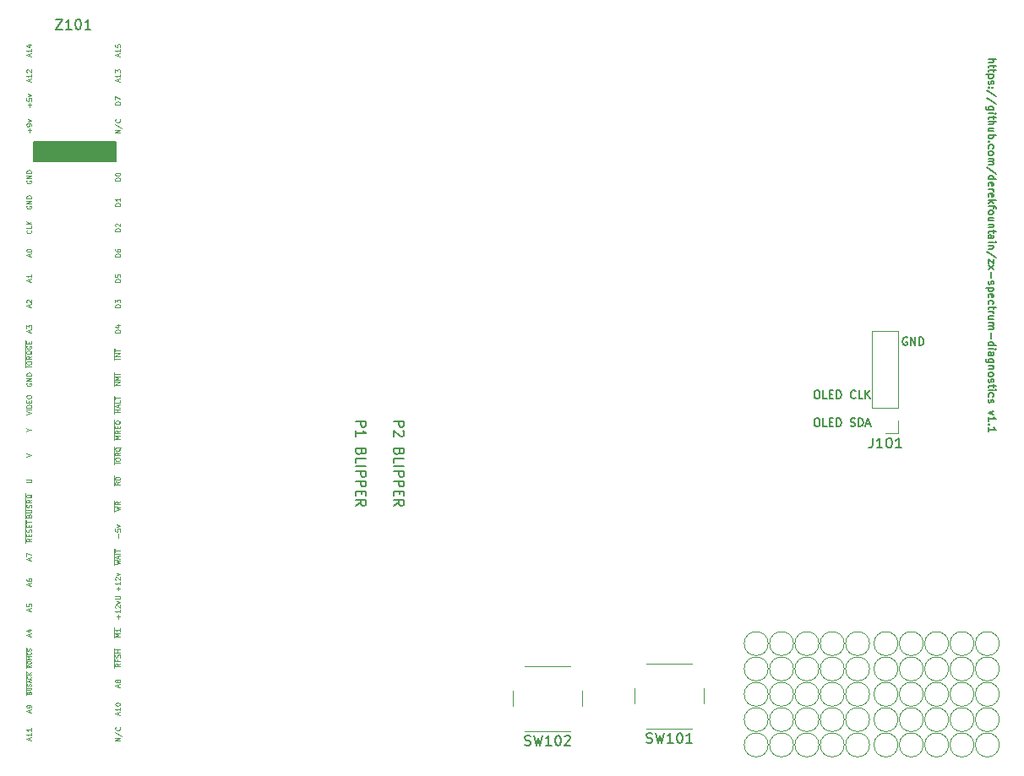
<source format=gto>
%TF.GenerationSoftware,KiCad,Pcbnew,6.0.11-2627ca5db0~126~ubuntu22.04.1*%
%TF.CreationDate,2023-11-30T20:29:01+00:00*%
%TF.ProjectId,zx-spectrum-diagnostics,7a782d73-7065-4637-9472-756d2d646961,1.1*%
%TF.SameCoordinates,Original*%
%TF.FileFunction,Legend,Top*%
%TF.FilePolarity,Positive*%
%FSLAX46Y46*%
G04 Gerber Fmt 4.6, Leading zero omitted, Abs format (unit mm)*
G04 Created by KiCad (PCBNEW 6.0.11-2627ca5db0~126~ubuntu22.04.1) date 2023-11-30 20:29:01*
%MOMM*%
%LPD*%
G01*
G04 APERTURE LIST*
%ADD10C,0.150000*%
%ADD11C,0.125000*%
%ADD12C,0.100000*%
%ADD13C,0.120000*%
%ADD14C,2.000000*%
%ADD15R,1.700000X1.700000*%
%ADD16O,1.700000X1.700000*%
%ADD17O,2.800000X1.727200*%
%ADD18O,1.800000X1.800000*%
%ADD19O,1.500000X1.500000*%
G04 APERTURE END LIST*
D10*
X163728476Y-110344000D02*
X163652285Y-110305904D01*
X163538000Y-110305904D01*
X163423714Y-110344000D01*
X163347523Y-110420190D01*
X163309428Y-110496380D01*
X163271333Y-110648761D01*
X163271333Y-110763047D01*
X163309428Y-110915428D01*
X163347523Y-110991619D01*
X163423714Y-111067809D01*
X163538000Y-111105904D01*
X163614190Y-111105904D01*
X163728476Y-111067809D01*
X163766571Y-111029714D01*
X163766571Y-110763047D01*
X163614190Y-110763047D01*
X164109428Y-111105904D02*
X164109428Y-110305904D01*
X164566571Y-111105904D01*
X164566571Y-110305904D01*
X164947523Y-111105904D02*
X164947523Y-110305904D01*
X165138000Y-110305904D01*
X165252285Y-110344000D01*
X165328476Y-110420190D01*
X165366571Y-110496380D01*
X165404666Y-110648761D01*
X165404666Y-110763047D01*
X165366571Y-110915428D01*
X165328476Y-110991619D01*
X165252285Y-111067809D01*
X165138000Y-111105904D01*
X164947523Y-111105904D01*
X154635523Y-118433904D02*
X154787904Y-118433904D01*
X154864095Y-118472000D01*
X154940285Y-118548190D01*
X154978380Y-118700571D01*
X154978380Y-118967238D01*
X154940285Y-119119619D01*
X154864095Y-119195809D01*
X154787904Y-119233904D01*
X154635523Y-119233904D01*
X154559333Y-119195809D01*
X154483142Y-119119619D01*
X154445047Y-118967238D01*
X154445047Y-118700571D01*
X154483142Y-118548190D01*
X154559333Y-118472000D01*
X154635523Y-118433904D01*
X155702190Y-119233904D02*
X155321238Y-119233904D01*
X155321238Y-118433904D01*
X155968857Y-118814857D02*
X156235523Y-118814857D01*
X156349809Y-119233904D02*
X155968857Y-119233904D01*
X155968857Y-118433904D01*
X156349809Y-118433904D01*
X156692666Y-119233904D02*
X156692666Y-118433904D01*
X156883142Y-118433904D01*
X156997428Y-118472000D01*
X157073619Y-118548190D01*
X157111714Y-118624380D01*
X157149809Y-118776761D01*
X157149809Y-118891047D01*
X157111714Y-119043428D01*
X157073619Y-119119619D01*
X156997428Y-119195809D01*
X156883142Y-119233904D01*
X156692666Y-119233904D01*
X158064095Y-119195809D02*
X158178380Y-119233904D01*
X158368857Y-119233904D01*
X158445047Y-119195809D01*
X158483142Y-119157714D01*
X158521238Y-119081523D01*
X158521238Y-119005333D01*
X158483142Y-118929142D01*
X158445047Y-118891047D01*
X158368857Y-118852952D01*
X158216476Y-118814857D01*
X158140285Y-118776761D01*
X158102190Y-118738666D01*
X158064095Y-118662476D01*
X158064095Y-118586285D01*
X158102190Y-118510095D01*
X158140285Y-118472000D01*
X158216476Y-118433904D01*
X158406952Y-118433904D01*
X158521238Y-118472000D01*
X158864095Y-119233904D02*
X158864095Y-118433904D01*
X159054571Y-118433904D01*
X159168857Y-118472000D01*
X159245047Y-118548190D01*
X159283142Y-118624380D01*
X159321238Y-118776761D01*
X159321238Y-118891047D01*
X159283142Y-119043428D01*
X159245047Y-119119619D01*
X159168857Y-119195809D01*
X159054571Y-119233904D01*
X158864095Y-119233904D01*
X159626000Y-119005333D02*
X160006952Y-119005333D01*
X159549809Y-119233904D02*
X159816476Y-118433904D01*
X160083142Y-119233904D01*
X154635523Y-115639904D02*
X154787904Y-115639904D01*
X154864095Y-115678000D01*
X154940285Y-115754190D01*
X154978380Y-115906571D01*
X154978380Y-116173238D01*
X154940285Y-116325619D01*
X154864095Y-116401809D01*
X154787904Y-116439904D01*
X154635523Y-116439904D01*
X154559333Y-116401809D01*
X154483142Y-116325619D01*
X154445047Y-116173238D01*
X154445047Y-115906571D01*
X154483142Y-115754190D01*
X154559333Y-115678000D01*
X154635523Y-115639904D01*
X155702190Y-116439904D02*
X155321238Y-116439904D01*
X155321238Y-115639904D01*
X155968857Y-116020857D02*
X156235523Y-116020857D01*
X156349809Y-116439904D02*
X155968857Y-116439904D01*
X155968857Y-115639904D01*
X156349809Y-115639904D01*
X156692666Y-116439904D02*
X156692666Y-115639904D01*
X156883142Y-115639904D01*
X156997428Y-115678000D01*
X157073619Y-115754190D01*
X157111714Y-115830380D01*
X157149809Y-115982761D01*
X157149809Y-116097047D01*
X157111714Y-116249428D01*
X157073619Y-116325619D01*
X156997428Y-116401809D01*
X156883142Y-116439904D01*
X156692666Y-116439904D01*
X158559333Y-116363714D02*
X158521238Y-116401809D01*
X158406952Y-116439904D01*
X158330761Y-116439904D01*
X158216476Y-116401809D01*
X158140285Y-116325619D01*
X158102190Y-116249428D01*
X158064095Y-116097047D01*
X158064095Y-115982761D01*
X158102190Y-115830380D01*
X158140285Y-115754190D01*
X158216476Y-115678000D01*
X158330761Y-115639904D01*
X158406952Y-115639904D01*
X158521238Y-115678000D01*
X158559333Y-115716095D01*
X159283142Y-116439904D02*
X158902190Y-116439904D01*
X158902190Y-115639904D01*
X159549809Y-116439904D02*
X159549809Y-115639904D01*
X160006952Y-116439904D02*
X159664095Y-115982761D01*
X160006952Y-115639904D02*
X159549809Y-116097047D01*
X108513619Y-118721714D02*
X109513619Y-118721714D01*
X109513619Y-119102666D01*
X109466000Y-119197904D01*
X109418380Y-119245523D01*
X109323142Y-119293142D01*
X109180285Y-119293142D01*
X109085047Y-119245523D01*
X109037428Y-119197904D01*
X108989809Y-119102666D01*
X108989809Y-118721714D01*
X108513619Y-120245523D02*
X108513619Y-119674095D01*
X108513619Y-119959809D02*
X109513619Y-119959809D01*
X109370761Y-119864571D01*
X109275523Y-119769333D01*
X109227904Y-119674095D01*
X109037428Y-121769333D02*
X108989809Y-121912190D01*
X108942190Y-121959809D01*
X108846952Y-122007428D01*
X108704095Y-122007428D01*
X108608857Y-121959809D01*
X108561238Y-121912190D01*
X108513619Y-121816952D01*
X108513619Y-121436000D01*
X109513619Y-121436000D01*
X109513619Y-121769333D01*
X109466000Y-121864571D01*
X109418380Y-121912190D01*
X109323142Y-121959809D01*
X109227904Y-121959809D01*
X109132666Y-121912190D01*
X109085047Y-121864571D01*
X109037428Y-121769333D01*
X109037428Y-121436000D01*
X108513619Y-122912190D02*
X108513619Y-122436000D01*
X109513619Y-122436000D01*
X108513619Y-123245523D02*
X109513619Y-123245523D01*
X108513619Y-123721714D02*
X109513619Y-123721714D01*
X109513619Y-124102666D01*
X109466000Y-124197904D01*
X109418380Y-124245523D01*
X109323142Y-124293142D01*
X109180285Y-124293142D01*
X109085047Y-124245523D01*
X109037428Y-124197904D01*
X108989809Y-124102666D01*
X108989809Y-123721714D01*
X108513619Y-124721714D02*
X109513619Y-124721714D01*
X109513619Y-125102666D01*
X109466000Y-125197904D01*
X109418380Y-125245523D01*
X109323142Y-125293142D01*
X109180285Y-125293142D01*
X109085047Y-125245523D01*
X109037428Y-125197904D01*
X108989809Y-125102666D01*
X108989809Y-124721714D01*
X109037428Y-125721714D02*
X109037428Y-126055047D01*
X108513619Y-126197904D02*
X108513619Y-125721714D01*
X109513619Y-125721714D01*
X109513619Y-126197904D01*
X108513619Y-127197904D02*
X108989809Y-126864571D01*
X108513619Y-126626476D02*
X109513619Y-126626476D01*
X109513619Y-127007428D01*
X109466000Y-127102666D01*
X109418380Y-127150285D01*
X109323142Y-127197904D01*
X109180285Y-127197904D01*
X109085047Y-127150285D01*
X109037428Y-127102666D01*
X108989809Y-127007428D01*
X108989809Y-126626476D01*
X112323619Y-118721714D02*
X113323619Y-118721714D01*
X113323619Y-119102666D01*
X113276000Y-119197904D01*
X113228380Y-119245523D01*
X113133142Y-119293142D01*
X112990285Y-119293142D01*
X112895047Y-119245523D01*
X112847428Y-119197904D01*
X112799809Y-119102666D01*
X112799809Y-118721714D01*
X113228380Y-119674095D02*
X113276000Y-119721714D01*
X113323619Y-119816952D01*
X113323619Y-120055047D01*
X113276000Y-120150285D01*
X113228380Y-120197904D01*
X113133142Y-120245523D01*
X113037904Y-120245523D01*
X112895047Y-120197904D01*
X112323619Y-119626476D01*
X112323619Y-120245523D01*
X112847428Y-121769333D02*
X112799809Y-121912190D01*
X112752190Y-121959809D01*
X112656952Y-122007428D01*
X112514095Y-122007428D01*
X112418857Y-121959809D01*
X112371238Y-121912190D01*
X112323619Y-121816952D01*
X112323619Y-121436000D01*
X113323619Y-121436000D01*
X113323619Y-121769333D01*
X113276000Y-121864571D01*
X113228380Y-121912190D01*
X113133142Y-121959809D01*
X113037904Y-121959809D01*
X112942666Y-121912190D01*
X112895047Y-121864571D01*
X112847428Y-121769333D01*
X112847428Y-121436000D01*
X112323619Y-122912190D02*
X112323619Y-122436000D01*
X113323619Y-122436000D01*
X112323619Y-123245523D02*
X113323619Y-123245523D01*
X112323619Y-123721714D02*
X113323619Y-123721714D01*
X113323619Y-124102666D01*
X113276000Y-124197904D01*
X113228380Y-124245523D01*
X113133142Y-124293142D01*
X112990285Y-124293142D01*
X112895047Y-124245523D01*
X112847428Y-124197904D01*
X112799809Y-124102666D01*
X112799809Y-123721714D01*
X112323619Y-124721714D02*
X113323619Y-124721714D01*
X113323619Y-125102666D01*
X113276000Y-125197904D01*
X113228380Y-125245523D01*
X113133142Y-125293142D01*
X112990285Y-125293142D01*
X112895047Y-125245523D01*
X112847428Y-125197904D01*
X112799809Y-125102666D01*
X112799809Y-124721714D01*
X112847428Y-125721714D02*
X112847428Y-126055047D01*
X112323619Y-126197904D02*
X112323619Y-125721714D01*
X113323619Y-125721714D01*
X113323619Y-126197904D01*
X112323619Y-127197904D02*
X112799809Y-126864571D01*
X112323619Y-126626476D02*
X113323619Y-126626476D01*
X113323619Y-127007428D01*
X113276000Y-127102666D01*
X113228380Y-127150285D01*
X113133142Y-127197904D01*
X112990285Y-127197904D01*
X112895047Y-127150285D01*
X112847428Y-127102666D01*
X112799809Y-127007428D01*
X112799809Y-126626476D01*
X76200000Y-90678000D02*
X84396000Y-90678000D01*
X84396000Y-90678000D02*
X84396000Y-92680000D01*
X84396000Y-92680000D02*
X76200000Y-92680000D01*
X76200000Y-92680000D02*
X76200000Y-90678000D01*
G36*
X76200000Y-90678000D02*
G01*
X84396000Y-90678000D01*
X84396000Y-92680000D01*
X76200000Y-92680000D01*
X76200000Y-90678000D01*
G37*
X171872714Y-82431285D02*
X172622714Y-82431285D01*
X171872714Y-82752714D02*
X172265571Y-82752714D01*
X172337000Y-82717000D01*
X172372714Y-82645571D01*
X172372714Y-82538428D01*
X172337000Y-82467000D01*
X172301285Y-82431285D01*
X172372714Y-83002714D02*
X172372714Y-83288428D01*
X172622714Y-83109857D02*
X171979857Y-83109857D01*
X171908428Y-83145571D01*
X171872714Y-83217000D01*
X171872714Y-83288428D01*
X172372714Y-83431285D02*
X172372714Y-83717000D01*
X172622714Y-83538428D02*
X171979857Y-83538428D01*
X171908428Y-83574142D01*
X171872714Y-83645571D01*
X171872714Y-83717000D01*
X172372714Y-83967000D02*
X171622714Y-83967000D01*
X172337000Y-83967000D02*
X172372714Y-84038428D01*
X172372714Y-84181285D01*
X172337000Y-84252714D01*
X172301285Y-84288428D01*
X172229857Y-84324142D01*
X172015571Y-84324142D01*
X171944142Y-84288428D01*
X171908428Y-84252714D01*
X171872714Y-84181285D01*
X171872714Y-84038428D01*
X171908428Y-83967000D01*
X171908428Y-84609857D02*
X171872714Y-84681285D01*
X171872714Y-84824142D01*
X171908428Y-84895571D01*
X171979857Y-84931285D01*
X172015571Y-84931285D01*
X172087000Y-84895571D01*
X172122714Y-84824142D01*
X172122714Y-84717000D01*
X172158428Y-84645571D01*
X172229857Y-84609857D01*
X172265571Y-84609857D01*
X172337000Y-84645571D01*
X172372714Y-84717000D01*
X172372714Y-84824142D01*
X172337000Y-84895571D01*
X171944142Y-85252714D02*
X171908428Y-85288428D01*
X171872714Y-85252714D01*
X171908428Y-85217000D01*
X171944142Y-85252714D01*
X171872714Y-85252714D01*
X172337000Y-85252714D02*
X172301285Y-85288428D01*
X172265571Y-85252714D01*
X172301285Y-85217000D01*
X172337000Y-85252714D01*
X172265571Y-85252714D01*
X172658428Y-86145571D02*
X171694142Y-85502714D01*
X172658428Y-86931285D02*
X171694142Y-86288428D01*
X172372714Y-87502714D02*
X171765571Y-87502714D01*
X171694142Y-87467000D01*
X171658428Y-87431285D01*
X171622714Y-87359857D01*
X171622714Y-87252714D01*
X171658428Y-87181285D01*
X171908428Y-87502714D02*
X171872714Y-87431285D01*
X171872714Y-87288428D01*
X171908428Y-87217000D01*
X171944142Y-87181285D01*
X172015571Y-87145571D01*
X172229857Y-87145571D01*
X172301285Y-87181285D01*
X172337000Y-87217000D01*
X172372714Y-87288428D01*
X172372714Y-87431285D01*
X172337000Y-87502714D01*
X171872714Y-87859857D02*
X172372714Y-87859857D01*
X172622714Y-87859857D02*
X172587000Y-87824142D01*
X172551285Y-87859857D01*
X172587000Y-87895571D01*
X172622714Y-87859857D01*
X172551285Y-87859857D01*
X172372714Y-88109857D02*
X172372714Y-88395571D01*
X172622714Y-88217000D02*
X171979857Y-88217000D01*
X171908428Y-88252714D01*
X171872714Y-88324142D01*
X171872714Y-88395571D01*
X171872714Y-88645571D02*
X172622714Y-88645571D01*
X171872714Y-88967000D02*
X172265571Y-88967000D01*
X172337000Y-88931285D01*
X172372714Y-88859857D01*
X172372714Y-88752714D01*
X172337000Y-88681285D01*
X172301285Y-88645571D01*
X172372714Y-89645571D02*
X171872714Y-89645571D01*
X172372714Y-89324142D02*
X171979857Y-89324142D01*
X171908428Y-89359857D01*
X171872714Y-89431285D01*
X171872714Y-89538428D01*
X171908428Y-89609857D01*
X171944142Y-89645571D01*
X171872714Y-90002714D02*
X172622714Y-90002714D01*
X172337000Y-90002714D02*
X172372714Y-90074142D01*
X172372714Y-90217000D01*
X172337000Y-90288428D01*
X172301285Y-90324142D01*
X172229857Y-90359857D01*
X172015571Y-90359857D01*
X171944142Y-90324142D01*
X171908428Y-90288428D01*
X171872714Y-90217000D01*
X171872714Y-90074142D01*
X171908428Y-90002714D01*
X171944142Y-90681285D02*
X171908428Y-90717000D01*
X171872714Y-90681285D01*
X171908428Y-90645571D01*
X171944142Y-90681285D01*
X171872714Y-90681285D01*
X171908428Y-91359857D02*
X171872714Y-91288428D01*
X171872714Y-91145571D01*
X171908428Y-91074142D01*
X171944142Y-91038428D01*
X172015571Y-91002714D01*
X172229857Y-91002714D01*
X172301285Y-91038428D01*
X172337000Y-91074142D01*
X172372714Y-91145571D01*
X172372714Y-91288428D01*
X172337000Y-91359857D01*
X171872714Y-91788428D02*
X171908428Y-91717000D01*
X171944142Y-91681285D01*
X172015571Y-91645571D01*
X172229857Y-91645571D01*
X172301285Y-91681285D01*
X172337000Y-91717000D01*
X172372714Y-91788428D01*
X172372714Y-91895571D01*
X172337000Y-91967000D01*
X172301285Y-92002714D01*
X172229857Y-92038428D01*
X172015571Y-92038428D01*
X171944142Y-92002714D01*
X171908428Y-91967000D01*
X171872714Y-91895571D01*
X171872714Y-91788428D01*
X171872714Y-92359857D02*
X172372714Y-92359857D01*
X172301285Y-92359857D02*
X172337000Y-92395571D01*
X172372714Y-92467000D01*
X172372714Y-92574142D01*
X172337000Y-92645571D01*
X172265571Y-92681285D01*
X171872714Y-92681285D01*
X172265571Y-92681285D02*
X172337000Y-92717000D01*
X172372714Y-92788428D01*
X172372714Y-92895571D01*
X172337000Y-92967000D01*
X172265571Y-93002714D01*
X171872714Y-93002714D01*
X172658428Y-93895571D02*
X171694142Y-93252714D01*
X171872714Y-94467000D02*
X172622714Y-94467000D01*
X171908428Y-94467000D02*
X171872714Y-94395571D01*
X171872714Y-94252714D01*
X171908428Y-94181285D01*
X171944142Y-94145571D01*
X172015571Y-94109857D01*
X172229857Y-94109857D01*
X172301285Y-94145571D01*
X172337000Y-94181285D01*
X172372714Y-94252714D01*
X172372714Y-94395571D01*
X172337000Y-94467000D01*
X171908428Y-95109857D02*
X171872714Y-95038428D01*
X171872714Y-94895571D01*
X171908428Y-94824142D01*
X171979857Y-94788428D01*
X172265571Y-94788428D01*
X172337000Y-94824142D01*
X172372714Y-94895571D01*
X172372714Y-95038428D01*
X172337000Y-95109857D01*
X172265571Y-95145571D01*
X172194142Y-95145571D01*
X172122714Y-94788428D01*
X171872714Y-95467000D02*
X172372714Y-95467000D01*
X172229857Y-95467000D02*
X172301285Y-95502714D01*
X172337000Y-95538428D01*
X172372714Y-95609857D01*
X172372714Y-95681285D01*
X171908428Y-96217000D02*
X171872714Y-96145571D01*
X171872714Y-96002714D01*
X171908428Y-95931285D01*
X171979857Y-95895571D01*
X172265571Y-95895571D01*
X172337000Y-95931285D01*
X172372714Y-96002714D01*
X172372714Y-96145571D01*
X172337000Y-96217000D01*
X172265571Y-96252714D01*
X172194142Y-96252714D01*
X172122714Y-95895571D01*
X171872714Y-96574142D02*
X172622714Y-96574142D01*
X172158428Y-96645571D02*
X171872714Y-96859857D01*
X172372714Y-96859857D02*
X172087000Y-96574142D01*
X172372714Y-97074142D02*
X172372714Y-97359857D01*
X171872714Y-97181285D02*
X172515571Y-97181285D01*
X172587000Y-97217000D01*
X172622714Y-97288428D01*
X172622714Y-97359857D01*
X171872714Y-97717000D02*
X171908428Y-97645571D01*
X171944142Y-97609857D01*
X172015571Y-97574142D01*
X172229857Y-97574142D01*
X172301285Y-97609857D01*
X172337000Y-97645571D01*
X172372714Y-97717000D01*
X172372714Y-97824142D01*
X172337000Y-97895571D01*
X172301285Y-97931285D01*
X172229857Y-97967000D01*
X172015571Y-97967000D01*
X171944142Y-97931285D01*
X171908428Y-97895571D01*
X171872714Y-97824142D01*
X171872714Y-97717000D01*
X172372714Y-98609857D02*
X171872714Y-98609857D01*
X172372714Y-98288428D02*
X171979857Y-98288428D01*
X171908428Y-98324142D01*
X171872714Y-98395571D01*
X171872714Y-98502714D01*
X171908428Y-98574142D01*
X171944142Y-98609857D01*
X172372714Y-98967000D02*
X171872714Y-98967000D01*
X172301285Y-98967000D02*
X172337000Y-99002714D01*
X172372714Y-99074142D01*
X172372714Y-99181285D01*
X172337000Y-99252714D01*
X172265571Y-99288428D01*
X171872714Y-99288428D01*
X172372714Y-99538428D02*
X172372714Y-99824142D01*
X172622714Y-99645571D02*
X171979857Y-99645571D01*
X171908428Y-99681285D01*
X171872714Y-99752714D01*
X171872714Y-99824142D01*
X171872714Y-100395571D02*
X172265571Y-100395571D01*
X172337000Y-100359857D01*
X172372714Y-100288428D01*
X172372714Y-100145571D01*
X172337000Y-100074142D01*
X171908428Y-100395571D02*
X171872714Y-100324142D01*
X171872714Y-100145571D01*
X171908428Y-100074142D01*
X171979857Y-100038428D01*
X172051285Y-100038428D01*
X172122714Y-100074142D01*
X172158428Y-100145571D01*
X172158428Y-100324142D01*
X172194142Y-100395571D01*
X171872714Y-100752714D02*
X172372714Y-100752714D01*
X172622714Y-100752714D02*
X172587000Y-100717000D01*
X172551285Y-100752714D01*
X172587000Y-100788428D01*
X172622714Y-100752714D01*
X172551285Y-100752714D01*
X172372714Y-101109857D02*
X171872714Y-101109857D01*
X172301285Y-101109857D02*
X172337000Y-101145571D01*
X172372714Y-101217000D01*
X172372714Y-101324142D01*
X172337000Y-101395571D01*
X172265571Y-101431285D01*
X171872714Y-101431285D01*
X172658428Y-102324142D02*
X171694142Y-101681285D01*
X172372714Y-102502714D02*
X172372714Y-102895571D01*
X171872714Y-102502714D01*
X171872714Y-102895571D01*
X171872714Y-103109857D02*
X172372714Y-103502714D01*
X172372714Y-103109857D02*
X171872714Y-103502714D01*
X172158428Y-103788428D02*
X172158428Y-104359857D01*
X171908428Y-104681285D02*
X171872714Y-104752714D01*
X171872714Y-104895571D01*
X171908428Y-104967000D01*
X171979857Y-105002714D01*
X172015571Y-105002714D01*
X172087000Y-104967000D01*
X172122714Y-104895571D01*
X172122714Y-104788428D01*
X172158428Y-104717000D01*
X172229857Y-104681285D01*
X172265571Y-104681285D01*
X172337000Y-104717000D01*
X172372714Y-104788428D01*
X172372714Y-104895571D01*
X172337000Y-104967000D01*
X172372714Y-105324142D02*
X171622714Y-105324142D01*
X172337000Y-105324142D02*
X172372714Y-105395571D01*
X172372714Y-105538428D01*
X172337000Y-105609857D01*
X172301285Y-105645571D01*
X172229857Y-105681285D01*
X172015571Y-105681285D01*
X171944142Y-105645571D01*
X171908428Y-105609857D01*
X171872714Y-105538428D01*
X171872714Y-105395571D01*
X171908428Y-105324142D01*
X171908428Y-106288428D02*
X171872714Y-106217000D01*
X171872714Y-106074142D01*
X171908428Y-106002714D01*
X171979857Y-105967000D01*
X172265571Y-105967000D01*
X172337000Y-106002714D01*
X172372714Y-106074142D01*
X172372714Y-106217000D01*
X172337000Y-106288428D01*
X172265571Y-106324142D01*
X172194142Y-106324142D01*
X172122714Y-105967000D01*
X171908428Y-106967000D02*
X171872714Y-106895571D01*
X171872714Y-106752714D01*
X171908428Y-106681285D01*
X171944142Y-106645571D01*
X172015571Y-106609857D01*
X172229857Y-106609857D01*
X172301285Y-106645571D01*
X172337000Y-106681285D01*
X172372714Y-106752714D01*
X172372714Y-106895571D01*
X172337000Y-106967000D01*
X172372714Y-107181285D02*
X172372714Y-107467000D01*
X172622714Y-107288428D02*
X171979857Y-107288428D01*
X171908428Y-107324142D01*
X171872714Y-107395571D01*
X171872714Y-107467000D01*
X171872714Y-107717000D02*
X172372714Y-107717000D01*
X172229857Y-107717000D02*
X172301285Y-107752714D01*
X172337000Y-107788428D01*
X172372714Y-107859857D01*
X172372714Y-107931285D01*
X172372714Y-108502714D02*
X171872714Y-108502714D01*
X172372714Y-108181285D02*
X171979857Y-108181285D01*
X171908428Y-108217000D01*
X171872714Y-108288428D01*
X171872714Y-108395571D01*
X171908428Y-108467000D01*
X171944142Y-108502714D01*
X171872714Y-108859857D02*
X172372714Y-108859857D01*
X172301285Y-108859857D02*
X172337000Y-108895571D01*
X172372714Y-108967000D01*
X172372714Y-109074142D01*
X172337000Y-109145571D01*
X172265571Y-109181285D01*
X171872714Y-109181285D01*
X172265571Y-109181285D02*
X172337000Y-109217000D01*
X172372714Y-109288428D01*
X172372714Y-109395571D01*
X172337000Y-109467000D01*
X172265571Y-109502714D01*
X171872714Y-109502714D01*
X172158428Y-109859857D02*
X172158428Y-110431285D01*
X171872714Y-111109857D02*
X172622714Y-111109857D01*
X171908428Y-111109857D02*
X171872714Y-111038428D01*
X171872714Y-110895571D01*
X171908428Y-110824142D01*
X171944142Y-110788428D01*
X172015571Y-110752714D01*
X172229857Y-110752714D01*
X172301285Y-110788428D01*
X172337000Y-110824142D01*
X172372714Y-110895571D01*
X172372714Y-111038428D01*
X172337000Y-111109857D01*
X171872714Y-111467000D02*
X172372714Y-111467000D01*
X172622714Y-111467000D02*
X172587000Y-111431285D01*
X172551285Y-111467000D01*
X172587000Y-111502714D01*
X172622714Y-111467000D01*
X172551285Y-111467000D01*
X171872714Y-112145571D02*
X172265571Y-112145571D01*
X172337000Y-112109857D01*
X172372714Y-112038428D01*
X172372714Y-111895571D01*
X172337000Y-111824142D01*
X171908428Y-112145571D02*
X171872714Y-112074142D01*
X171872714Y-111895571D01*
X171908428Y-111824142D01*
X171979857Y-111788428D01*
X172051285Y-111788428D01*
X172122714Y-111824142D01*
X172158428Y-111895571D01*
X172158428Y-112074142D01*
X172194142Y-112145571D01*
X172372714Y-112824142D02*
X171765571Y-112824142D01*
X171694142Y-112788428D01*
X171658428Y-112752714D01*
X171622714Y-112681285D01*
X171622714Y-112574142D01*
X171658428Y-112502714D01*
X171908428Y-112824142D02*
X171872714Y-112752714D01*
X171872714Y-112609857D01*
X171908428Y-112538428D01*
X171944142Y-112502714D01*
X172015571Y-112467000D01*
X172229857Y-112467000D01*
X172301285Y-112502714D01*
X172337000Y-112538428D01*
X172372714Y-112609857D01*
X172372714Y-112752714D01*
X172337000Y-112824142D01*
X172372714Y-113181285D02*
X171872714Y-113181285D01*
X172301285Y-113181285D02*
X172337000Y-113217000D01*
X172372714Y-113288428D01*
X172372714Y-113395571D01*
X172337000Y-113467000D01*
X172265571Y-113502714D01*
X171872714Y-113502714D01*
X171872714Y-113967000D02*
X171908428Y-113895571D01*
X171944142Y-113859857D01*
X172015571Y-113824142D01*
X172229857Y-113824142D01*
X172301285Y-113859857D01*
X172337000Y-113895571D01*
X172372714Y-113967000D01*
X172372714Y-114074142D01*
X172337000Y-114145571D01*
X172301285Y-114181285D01*
X172229857Y-114217000D01*
X172015571Y-114217000D01*
X171944142Y-114181285D01*
X171908428Y-114145571D01*
X171872714Y-114074142D01*
X171872714Y-113967000D01*
X171908428Y-114502714D02*
X171872714Y-114574142D01*
X171872714Y-114717000D01*
X171908428Y-114788428D01*
X171979857Y-114824142D01*
X172015571Y-114824142D01*
X172087000Y-114788428D01*
X172122714Y-114717000D01*
X172122714Y-114609857D01*
X172158428Y-114538428D01*
X172229857Y-114502714D01*
X172265571Y-114502714D01*
X172337000Y-114538428D01*
X172372714Y-114609857D01*
X172372714Y-114717000D01*
X172337000Y-114788428D01*
X172372714Y-115038428D02*
X172372714Y-115324142D01*
X172622714Y-115145571D02*
X171979857Y-115145571D01*
X171908428Y-115181285D01*
X171872714Y-115252714D01*
X171872714Y-115324142D01*
X171872714Y-115574142D02*
X172372714Y-115574142D01*
X172622714Y-115574142D02*
X172587000Y-115538428D01*
X172551285Y-115574142D01*
X172587000Y-115609857D01*
X172622714Y-115574142D01*
X172551285Y-115574142D01*
X171908428Y-116252714D02*
X171872714Y-116181285D01*
X171872714Y-116038428D01*
X171908428Y-115967000D01*
X171944142Y-115931285D01*
X172015571Y-115895571D01*
X172229857Y-115895571D01*
X172301285Y-115931285D01*
X172337000Y-115967000D01*
X172372714Y-116038428D01*
X172372714Y-116181285D01*
X172337000Y-116252714D01*
X171908428Y-116538428D02*
X171872714Y-116609857D01*
X171872714Y-116752714D01*
X171908428Y-116824142D01*
X171979857Y-116859857D01*
X172015571Y-116859857D01*
X172087000Y-116824142D01*
X172122714Y-116752714D01*
X172122714Y-116645571D01*
X172158428Y-116574142D01*
X172229857Y-116538428D01*
X172265571Y-116538428D01*
X172337000Y-116574142D01*
X172372714Y-116645571D01*
X172372714Y-116752714D01*
X172337000Y-116824142D01*
X172372714Y-117681285D02*
X171872714Y-117859857D01*
X172372714Y-118038428D01*
X171872714Y-118717000D02*
X171872714Y-118288428D01*
X171872714Y-118502714D02*
X172622714Y-118502714D01*
X172515571Y-118431285D01*
X172444142Y-118359857D01*
X172408428Y-118288428D01*
X171944142Y-119038428D02*
X171908428Y-119074142D01*
X171872714Y-119038428D01*
X171908428Y-119002714D01*
X171944142Y-119038428D01*
X171872714Y-119038428D01*
X171872714Y-119788428D02*
X171872714Y-119359857D01*
X171872714Y-119574142D02*
X172622714Y-119574142D01*
X172515571Y-119502714D01*
X172444142Y-119431285D01*
X172408428Y-119359857D01*
%TO.C,*%
%TO.C,J101*%
X160258285Y-120390380D02*
X160258285Y-121104666D01*
X160210666Y-121247523D01*
X160115428Y-121342761D01*
X159972571Y-121390380D01*
X159877333Y-121390380D01*
X161258285Y-121390380D02*
X160686857Y-121390380D01*
X160972571Y-121390380D02*
X160972571Y-120390380D01*
X160877333Y-120533238D01*
X160782095Y-120628476D01*
X160686857Y-120676095D01*
X161877333Y-120390380D02*
X161972571Y-120390380D01*
X162067809Y-120438000D01*
X162115428Y-120485619D01*
X162163047Y-120580857D01*
X162210666Y-120771333D01*
X162210666Y-121009428D01*
X162163047Y-121199904D01*
X162115428Y-121295142D01*
X162067809Y-121342761D01*
X161972571Y-121390380D01*
X161877333Y-121390380D01*
X161782095Y-121342761D01*
X161734476Y-121295142D01*
X161686857Y-121199904D01*
X161639238Y-121009428D01*
X161639238Y-120771333D01*
X161686857Y-120580857D01*
X161734476Y-120485619D01*
X161782095Y-120438000D01*
X161877333Y-120390380D01*
X163163047Y-121390380D02*
X162591619Y-121390380D01*
X162877333Y-121390380D02*
X162877333Y-120390380D01*
X162782095Y-120533238D01*
X162686857Y-120628476D01*
X162591619Y-120676095D01*
%TO.C,SW101*%
X137602285Y-150928761D02*
X137745142Y-150976380D01*
X137983238Y-150976380D01*
X138078476Y-150928761D01*
X138126095Y-150881142D01*
X138173714Y-150785904D01*
X138173714Y-150690666D01*
X138126095Y-150595428D01*
X138078476Y-150547809D01*
X137983238Y-150500190D01*
X137792761Y-150452571D01*
X137697523Y-150404952D01*
X137649904Y-150357333D01*
X137602285Y-150262095D01*
X137602285Y-150166857D01*
X137649904Y-150071619D01*
X137697523Y-150024000D01*
X137792761Y-149976380D01*
X138030857Y-149976380D01*
X138173714Y-150024000D01*
X138507047Y-149976380D02*
X138745142Y-150976380D01*
X138935619Y-150262095D01*
X139126095Y-150976380D01*
X139364190Y-149976380D01*
X140268952Y-150976380D02*
X139697523Y-150976380D01*
X139983238Y-150976380D02*
X139983238Y-149976380D01*
X139888000Y-150119238D01*
X139792761Y-150214476D01*
X139697523Y-150262095D01*
X140888000Y-149976380D02*
X140983238Y-149976380D01*
X141078476Y-150024000D01*
X141126095Y-150071619D01*
X141173714Y-150166857D01*
X141221333Y-150357333D01*
X141221333Y-150595428D01*
X141173714Y-150785904D01*
X141126095Y-150881142D01*
X141078476Y-150928761D01*
X140983238Y-150976380D01*
X140888000Y-150976380D01*
X140792761Y-150928761D01*
X140745142Y-150881142D01*
X140697523Y-150785904D01*
X140649904Y-150595428D01*
X140649904Y-150357333D01*
X140697523Y-150166857D01*
X140745142Y-150071619D01*
X140792761Y-150024000D01*
X140888000Y-149976380D01*
X142173714Y-150976380D02*
X141602285Y-150976380D01*
X141888000Y-150976380D02*
X141888000Y-149976380D01*
X141792761Y-150119238D01*
X141697523Y-150214476D01*
X141602285Y-150262095D01*
%TO.C,Z101*%
X78436095Y-78416380D02*
X79102761Y-78416380D01*
X78436095Y-79416380D01*
X79102761Y-79416380D01*
X80007523Y-79416380D02*
X79436095Y-79416380D01*
X79721809Y-79416380D02*
X79721809Y-78416380D01*
X79626571Y-78559238D01*
X79531333Y-78654476D01*
X79436095Y-78702095D01*
X80626571Y-78416380D02*
X80721809Y-78416380D01*
X80817047Y-78464000D01*
X80864666Y-78511619D01*
X80912285Y-78606857D01*
X80959904Y-78797333D01*
X80959904Y-79035428D01*
X80912285Y-79225904D01*
X80864666Y-79321142D01*
X80817047Y-79368761D01*
X80721809Y-79416380D01*
X80626571Y-79416380D01*
X80531333Y-79368761D01*
X80483714Y-79321142D01*
X80436095Y-79225904D01*
X80388476Y-79035428D01*
X80388476Y-78797333D01*
X80436095Y-78606857D01*
X80483714Y-78511619D01*
X80531333Y-78464000D01*
X80626571Y-78416380D01*
X81912285Y-79416380D02*
X81340857Y-79416380D01*
X81626571Y-79416380D02*
X81626571Y-78416380D01*
X81531333Y-78559238D01*
X81436095Y-78654476D01*
X81340857Y-78702095D01*
D11*
X75836333Y-104721142D02*
X75836333Y-104483047D01*
X75979190Y-104768761D02*
X75479190Y-104602095D01*
X75979190Y-104435428D01*
X75979190Y-104006857D02*
X75979190Y-104292571D01*
X75979190Y-104149714D02*
X75479190Y-104149714D01*
X75550619Y-104197333D01*
X75598238Y-104244952D01*
X75622047Y-104292571D01*
X84869190Y-86953047D02*
X84369190Y-86953047D01*
X84369190Y-86834000D01*
X84393000Y-86762571D01*
X84440619Y-86714952D01*
X84488238Y-86691142D01*
X84583476Y-86667333D01*
X84654904Y-86667333D01*
X84750142Y-86691142D01*
X84797761Y-86714952D01*
X84845380Y-86762571D01*
X84869190Y-86834000D01*
X84869190Y-86953047D01*
X84369190Y-86500666D02*
X84369190Y-86167333D01*
X84869190Y-86381619D01*
X84228000Y-127759714D02*
X84228000Y-127188285D01*
X84369190Y-127688285D02*
X84869190Y-127569238D01*
X84512047Y-127474000D01*
X84869190Y-127378761D01*
X84369190Y-127259714D01*
X84228000Y-127188285D02*
X84228000Y-126688285D01*
X84869190Y-126783523D02*
X84631095Y-126950190D01*
X84869190Y-127069238D02*
X84369190Y-127069238D01*
X84369190Y-126878761D01*
X84393000Y-126831142D01*
X84416809Y-126807333D01*
X84464428Y-126783523D01*
X84535857Y-126783523D01*
X84583476Y-126807333D01*
X84607285Y-126831142D01*
X84631095Y-126878761D01*
X84631095Y-127069238D01*
X75836333Y-150679238D02*
X75836333Y-150441142D01*
X75979190Y-150726857D02*
X75479190Y-150560190D01*
X75979190Y-150393523D01*
X75979190Y-149964952D02*
X75979190Y-150250666D01*
X75979190Y-150107809D02*
X75479190Y-150107809D01*
X75550619Y-150155428D01*
X75598238Y-150203047D01*
X75622047Y-150250666D01*
X75979190Y-149488761D02*
X75979190Y-149774476D01*
X75979190Y-149631619D02*
X75479190Y-149631619D01*
X75550619Y-149679238D01*
X75598238Y-149726857D01*
X75622047Y-149774476D01*
X75741095Y-119604000D02*
X75979190Y-119604000D01*
X75479190Y-119770666D02*
X75741095Y-119604000D01*
X75479190Y-119437333D01*
X84228000Y-125184000D02*
X84228000Y-124684000D01*
X84869190Y-124779238D02*
X84631095Y-124945904D01*
X84869190Y-125064952D02*
X84369190Y-125064952D01*
X84369190Y-124874476D01*
X84393000Y-124826857D01*
X84416809Y-124803047D01*
X84464428Y-124779238D01*
X84535857Y-124779238D01*
X84583476Y-124803047D01*
X84607285Y-124826857D01*
X84631095Y-124874476D01*
X84631095Y-125064952D01*
X84228000Y-124684000D02*
X84228000Y-124184000D01*
X84869190Y-124564952D02*
X84369190Y-124564952D01*
X84369190Y-124445904D01*
X84393000Y-124374476D01*
X84440619Y-124326857D01*
X84488238Y-124303047D01*
X84583476Y-124279238D01*
X84654904Y-124279238D01*
X84750142Y-124303047D01*
X84797761Y-124326857D01*
X84845380Y-124374476D01*
X84869190Y-124445904D01*
X84869190Y-124564952D01*
X84869190Y-150738761D02*
X84369190Y-150738761D01*
X84869190Y-150453047D01*
X84369190Y-150453047D01*
X84345380Y-149857809D02*
X84988238Y-150286380D01*
X84821571Y-149405428D02*
X84845380Y-149429238D01*
X84869190Y-149500666D01*
X84869190Y-149548285D01*
X84845380Y-149619714D01*
X84797761Y-149667333D01*
X84750142Y-149691142D01*
X84654904Y-149714952D01*
X84583476Y-149714952D01*
X84488238Y-149691142D01*
X84440619Y-149667333D01*
X84393000Y-149619714D01*
X84369190Y-149548285D01*
X84369190Y-149500666D01*
X84393000Y-149429238D01*
X84416809Y-149405428D01*
X75338000Y-113353047D02*
X75338000Y-113114952D01*
X75979190Y-113234000D02*
X75479190Y-113234000D01*
X75338000Y-113114952D02*
X75338000Y-112591142D01*
X75479190Y-112900666D02*
X75479190Y-112805428D01*
X75503000Y-112757809D01*
X75550619Y-112710190D01*
X75645857Y-112686380D01*
X75812523Y-112686380D01*
X75907761Y-112710190D01*
X75955380Y-112757809D01*
X75979190Y-112805428D01*
X75979190Y-112900666D01*
X75955380Y-112948285D01*
X75907761Y-112995904D01*
X75812523Y-113019714D01*
X75645857Y-113019714D01*
X75550619Y-112995904D01*
X75503000Y-112948285D01*
X75479190Y-112900666D01*
X75338000Y-112591142D02*
X75338000Y-112091142D01*
X75979190Y-112186380D02*
X75741095Y-112353047D01*
X75979190Y-112472095D02*
X75479190Y-112472095D01*
X75479190Y-112281619D01*
X75503000Y-112234000D01*
X75526809Y-112210190D01*
X75574428Y-112186380D01*
X75645857Y-112186380D01*
X75693476Y-112210190D01*
X75717285Y-112234000D01*
X75741095Y-112281619D01*
X75741095Y-112472095D01*
X75338000Y-112091142D02*
X75338000Y-111567333D01*
X76026809Y-111638761D02*
X76003000Y-111686380D01*
X75955380Y-111734000D01*
X75883952Y-111805428D01*
X75860142Y-111853047D01*
X75860142Y-111900666D01*
X75979190Y-111876857D02*
X75955380Y-111924476D01*
X75907761Y-111972095D01*
X75812523Y-111995904D01*
X75645857Y-111995904D01*
X75550619Y-111972095D01*
X75503000Y-111924476D01*
X75479190Y-111876857D01*
X75479190Y-111781619D01*
X75503000Y-111734000D01*
X75550619Y-111686380D01*
X75645857Y-111662571D01*
X75812523Y-111662571D01*
X75907761Y-111686380D01*
X75955380Y-111734000D01*
X75979190Y-111781619D01*
X75979190Y-111876857D01*
X75338000Y-111567333D02*
X75338000Y-111067333D01*
X75503000Y-111186380D02*
X75479190Y-111234000D01*
X75479190Y-111305428D01*
X75503000Y-111376857D01*
X75550619Y-111424476D01*
X75598238Y-111448285D01*
X75693476Y-111472095D01*
X75764904Y-111472095D01*
X75860142Y-111448285D01*
X75907761Y-111424476D01*
X75955380Y-111376857D01*
X75979190Y-111305428D01*
X75979190Y-111257809D01*
X75955380Y-111186380D01*
X75931571Y-111162571D01*
X75764904Y-111162571D01*
X75764904Y-111257809D01*
X75338000Y-111067333D02*
X75338000Y-110614952D01*
X75717285Y-110948285D02*
X75717285Y-110781619D01*
X75979190Y-110710190D02*
X75979190Y-110948285D01*
X75479190Y-110948285D01*
X75479190Y-110710190D01*
X75836333Y-137741142D02*
X75836333Y-137503047D01*
X75979190Y-137788761D02*
X75479190Y-137622095D01*
X75979190Y-137455428D01*
X75479190Y-137050666D02*
X75479190Y-137288761D01*
X75717285Y-137312571D01*
X75693476Y-137288761D01*
X75669666Y-137241142D01*
X75669666Y-137122095D01*
X75693476Y-137074476D01*
X75717285Y-137050666D01*
X75764904Y-137026857D01*
X75883952Y-137026857D01*
X75931571Y-137050666D01*
X75955380Y-137074476D01*
X75979190Y-137122095D01*
X75979190Y-137241142D01*
X75955380Y-137288761D01*
X75931571Y-137312571D01*
X84726333Y-82099238D02*
X84726333Y-81861142D01*
X84869190Y-82146857D02*
X84369190Y-81980190D01*
X84869190Y-81813523D01*
X84869190Y-81384952D02*
X84869190Y-81670666D01*
X84869190Y-81527809D02*
X84369190Y-81527809D01*
X84440619Y-81575428D01*
X84488238Y-81623047D01*
X84512047Y-81670666D01*
X84369190Y-80932571D02*
X84369190Y-81170666D01*
X84607285Y-81194476D01*
X84583476Y-81170666D01*
X84559666Y-81123047D01*
X84559666Y-81004000D01*
X84583476Y-80956380D01*
X84607285Y-80932571D01*
X84654904Y-80908761D01*
X84773952Y-80908761D01*
X84821571Y-80932571D01*
X84845380Y-80956380D01*
X84869190Y-81004000D01*
X84869190Y-81123047D01*
X84845380Y-81170666D01*
X84821571Y-81194476D01*
X75836333Y-109801142D02*
X75836333Y-109563047D01*
X75979190Y-109848761D02*
X75479190Y-109682095D01*
X75979190Y-109515428D01*
X75479190Y-109396380D02*
X75479190Y-109086857D01*
X75669666Y-109253523D01*
X75669666Y-109182095D01*
X75693476Y-109134476D01*
X75717285Y-109110666D01*
X75764904Y-109086857D01*
X75883952Y-109086857D01*
X75931571Y-109110666D01*
X75955380Y-109134476D01*
X75979190Y-109182095D01*
X75979190Y-109324952D01*
X75955380Y-109372571D01*
X75931571Y-109396380D01*
X75338000Y-130894952D02*
X75338000Y-130394952D01*
X75979190Y-130490190D02*
X75741095Y-130656857D01*
X75979190Y-130775904D02*
X75479190Y-130775904D01*
X75479190Y-130585428D01*
X75503000Y-130537809D01*
X75526809Y-130514000D01*
X75574428Y-130490190D01*
X75645857Y-130490190D01*
X75693476Y-130514000D01*
X75717285Y-130537809D01*
X75741095Y-130585428D01*
X75741095Y-130775904D01*
X75338000Y-130394952D02*
X75338000Y-129942571D01*
X75717285Y-130275904D02*
X75717285Y-130109238D01*
X75979190Y-130037809D02*
X75979190Y-130275904D01*
X75479190Y-130275904D01*
X75479190Y-130037809D01*
X75338000Y-129942571D02*
X75338000Y-129466380D01*
X75955380Y-129847333D02*
X75979190Y-129775904D01*
X75979190Y-129656857D01*
X75955380Y-129609238D01*
X75931571Y-129585428D01*
X75883952Y-129561619D01*
X75836333Y-129561619D01*
X75788714Y-129585428D01*
X75764904Y-129609238D01*
X75741095Y-129656857D01*
X75717285Y-129752095D01*
X75693476Y-129799714D01*
X75669666Y-129823523D01*
X75622047Y-129847333D01*
X75574428Y-129847333D01*
X75526809Y-129823523D01*
X75503000Y-129799714D01*
X75479190Y-129752095D01*
X75479190Y-129633047D01*
X75503000Y-129561619D01*
X75338000Y-129466380D02*
X75338000Y-129014000D01*
X75717285Y-129347333D02*
X75717285Y-129180666D01*
X75979190Y-129109238D02*
X75979190Y-129347333D01*
X75479190Y-129347333D01*
X75479190Y-129109238D01*
X75338000Y-129014000D02*
X75338000Y-128633047D01*
X75479190Y-128966380D02*
X75479190Y-128680666D01*
X75979190Y-128823523D02*
X75479190Y-128823523D01*
X75788714Y-89743047D02*
X75788714Y-89362095D01*
X75979190Y-89552571D02*
X75598238Y-89552571D01*
X75979190Y-89100190D02*
X75979190Y-89004952D01*
X75955380Y-88957333D01*
X75931571Y-88933523D01*
X75860142Y-88885904D01*
X75764904Y-88862095D01*
X75574428Y-88862095D01*
X75526809Y-88885904D01*
X75503000Y-88909714D01*
X75479190Y-88957333D01*
X75479190Y-89052571D01*
X75503000Y-89100190D01*
X75526809Y-89124000D01*
X75574428Y-89147809D01*
X75693476Y-89147809D01*
X75741095Y-89124000D01*
X75764904Y-89100190D01*
X75788714Y-89052571D01*
X75788714Y-88957333D01*
X75764904Y-88909714D01*
X75741095Y-88885904D01*
X75693476Y-88862095D01*
X75645857Y-88695428D02*
X75979190Y-88576380D01*
X75645857Y-88457333D01*
X84869190Y-94573047D02*
X84369190Y-94573047D01*
X84369190Y-94454000D01*
X84393000Y-94382571D01*
X84440619Y-94334952D01*
X84488238Y-94311142D01*
X84583476Y-94287333D01*
X84654904Y-94287333D01*
X84750142Y-94311142D01*
X84797761Y-94334952D01*
X84845380Y-94382571D01*
X84869190Y-94454000D01*
X84869190Y-94573047D01*
X84369190Y-93977809D02*
X84369190Y-93930190D01*
X84393000Y-93882571D01*
X84416809Y-93858761D01*
X84464428Y-93834952D01*
X84559666Y-93811142D01*
X84678714Y-93811142D01*
X84773952Y-93834952D01*
X84821571Y-93858761D01*
X84845380Y-93882571D01*
X84869190Y-93930190D01*
X84869190Y-93977809D01*
X84845380Y-94025428D01*
X84821571Y-94049238D01*
X84773952Y-94073047D01*
X84678714Y-94096857D01*
X84559666Y-94096857D01*
X84464428Y-94073047D01*
X84416809Y-94049238D01*
X84393000Y-94025428D01*
X84369190Y-93977809D01*
X84678714Y-138503047D02*
X84678714Y-138122095D01*
X84869190Y-138312571D02*
X84488238Y-138312571D01*
X84869190Y-137622095D02*
X84869190Y-137907809D01*
X84869190Y-137764952D02*
X84369190Y-137764952D01*
X84440619Y-137812571D01*
X84488238Y-137860190D01*
X84512047Y-137907809D01*
X84416809Y-137431619D02*
X84393000Y-137407809D01*
X84369190Y-137360190D01*
X84369190Y-137241142D01*
X84393000Y-137193523D01*
X84416809Y-137169714D01*
X84464428Y-137145904D01*
X84512047Y-137145904D01*
X84583476Y-137169714D01*
X84869190Y-137455428D01*
X84869190Y-137145904D01*
X84535857Y-136979238D02*
X84869190Y-136860190D01*
X84535857Y-136741142D01*
X84369190Y-136550666D02*
X84773952Y-136550666D01*
X84821571Y-136526857D01*
X84845380Y-136503047D01*
X84869190Y-136455428D01*
X84869190Y-136360190D01*
X84845380Y-136312571D01*
X84821571Y-136288761D01*
X84773952Y-136264952D01*
X84369190Y-136264952D01*
X75479190Y-124826857D02*
X75883952Y-124826857D01*
X75931571Y-124803047D01*
X75955380Y-124779238D01*
X75979190Y-124731619D01*
X75979190Y-124636380D01*
X75955380Y-124588761D01*
X75931571Y-124564952D01*
X75883952Y-124541142D01*
X75479190Y-124541142D01*
X84228000Y-133113523D02*
X84228000Y-132542095D01*
X84369190Y-133042095D02*
X84869190Y-132923047D01*
X84512047Y-132827809D01*
X84869190Y-132732571D01*
X84369190Y-132613523D01*
X84228000Y-132542095D02*
X84228000Y-132113523D01*
X84726333Y-132446857D02*
X84726333Y-132208761D01*
X84869190Y-132494476D02*
X84369190Y-132327809D01*
X84869190Y-132161142D01*
X84228000Y-132113523D02*
X84228000Y-131875428D01*
X84869190Y-131994476D02*
X84369190Y-131994476D01*
X84228000Y-131875428D02*
X84228000Y-131494476D01*
X84369190Y-131827809D02*
X84369190Y-131542095D01*
X84869190Y-131684952D02*
X84369190Y-131684952D01*
X84869190Y-99653047D02*
X84369190Y-99653047D01*
X84369190Y-99534000D01*
X84393000Y-99462571D01*
X84440619Y-99414952D01*
X84488238Y-99391142D01*
X84583476Y-99367333D01*
X84654904Y-99367333D01*
X84750142Y-99391142D01*
X84797761Y-99414952D01*
X84845380Y-99462571D01*
X84869190Y-99534000D01*
X84869190Y-99653047D01*
X84416809Y-99176857D02*
X84393000Y-99153047D01*
X84369190Y-99105428D01*
X84369190Y-98986380D01*
X84393000Y-98938761D01*
X84416809Y-98914952D01*
X84464428Y-98891142D01*
X84512047Y-98891142D01*
X84583476Y-98914952D01*
X84869190Y-99200666D01*
X84869190Y-98891142D01*
X84228000Y-115190666D02*
X84228000Y-114666857D01*
X84869190Y-115071619D02*
X84369190Y-115071619D01*
X84869190Y-114785904D01*
X84369190Y-114785904D01*
X84228000Y-114666857D02*
X84228000Y-114095428D01*
X84869190Y-114547809D02*
X84369190Y-114547809D01*
X84726333Y-114381142D01*
X84369190Y-114214476D01*
X84869190Y-114214476D01*
X84228000Y-114095428D02*
X84228000Y-113857333D01*
X84869190Y-113976380D02*
X84369190Y-113976380D01*
X75836333Y-132661142D02*
X75836333Y-132423047D01*
X75979190Y-132708761D02*
X75479190Y-132542095D01*
X75979190Y-132375428D01*
X75479190Y-132256380D02*
X75479190Y-131923047D01*
X75979190Y-132137333D01*
X84869190Y-107273047D02*
X84369190Y-107273047D01*
X84369190Y-107154000D01*
X84393000Y-107082571D01*
X84440619Y-107034952D01*
X84488238Y-107011142D01*
X84583476Y-106987333D01*
X84654904Y-106987333D01*
X84750142Y-107011142D01*
X84797761Y-107034952D01*
X84845380Y-107082571D01*
X84869190Y-107154000D01*
X84869190Y-107273047D01*
X84369190Y-106820666D02*
X84369190Y-106511142D01*
X84559666Y-106677809D01*
X84559666Y-106606380D01*
X84583476Y-106558761D01*
X84607285Y-106534952D01*
X84654904Y-106511142D01*
X84773952Y-106511142D01*
X84821571Y-106534952D01*
X84845380Y-106558761D01*
X84869190Y-106606380D01*
X84869190Y-106749238D01*
X84845380Y-106796857D01*
X84821571Y-106820666D01*
X84869190Y-97113047D02*
X84369190Y-97113047D01*
X84369190Y-96994000D01*
X84393000Y-96922571D01*
X84440619Y-96874952D01*
X84488238Y-96851142D01*
X84583476Y-96827333D01*
X84654904Y-96827333D01*
X84750142Y-96851142D01*
X84797761Y-96874952D01*
X84845380Y-96922571D01*
X84869190Y-96994000D01*
X84869190Y-97113047D01*
X84869190Y-96351142D02*
X84869190Y-96636857D01*
X84869190Y-96494000D02*
X84369190Y-96494000D01*
X84440619Y-96541619D01*
X84488238Y-96589238D01*
X84512047Y-96636857D01*
X84726333Y-148139238D02*
X84726333Y-147901142D01*
X84869190Y-148186857D02*
X84369190Y-148020190D01*
X84869190Y-147853523D01*
X84869190Y-147424952D02*
X84869190Y-147710666D01*
X84869190Y-147567809D02*
X84369190Y-147567809D01*
X84440619Y-147615428D01*
X84488238Y-147663047D01*
X84512047Y-147710666D01*
X84369190Y-147115428D02*
X84369190Y-147067809D01*
X84393000Y-147020190D01*
X84416809Y-146996380D01*
X84464428Y-146972571D01*
X84559666Y-146948761D01*
X84678714Y-146948761D01*
X84773952Y-146972571D01*
X84821571Y-146996380D01*
X84845380Y-147020190D01*
X84869190Y-147067809D01*
X84869190Y-147115428D01*
X84845380Y-147163047D01*
X84821571Y-147186857D01*
X84773952Y-147210666D01*
X84678714Y-147234476D01*
X84559666Y-147234476D01*
X84464428Y-147210666D01*
X84416809Y-147186857D01*
X84393000Y-147163047D01*
X84369190Y-147115428D01*
X84869190Y-102193047D02*
X84369190Y-102193047D01*
X84369190Y-102074000D01*
X84393000Y-102002571D01*
X84440619Y-101954952D01*
X84488238Y-101931142D01*
X84583476Y-101907333D01*
X84654904Y-101907333D01*
X84750142Y-101931142D01*
X84797761Y-101954952D01*
X84845380Y-102002571D01*
X84869190Y-102074000D01*
X84869190Y-102193047D01*
X84369190Y-101478761D02*
X84369190Y-101574000D01*
X84393000Y-101621619D01*
X84416809Y-101645428D01*
X84488238Y-101693047D01*
X84583476Y-101716857D01*
X84773952Y-101716857D01*
X84821571Y-101693047D01*
X84845380Y-101669238D01*
X84869190Y-101621619D01*
X84869190Y-101526380D01*
X84845380Y-101478761D01*
X84821571Y-101454952D01*
X84773952Y-101431142D01*
X84654904Y-101431142D01*
X84607285Y-101454952D01*
X84583476Y-101478761D01*
X84559666Y-101526380D01*
X84559666Y-101621619D01*
X84583476Y-101669238D01*
X84607285Y-101693047D01*
X84654904Y-101716857D01*
X84228000Y-120627809D02*
X84228000Y-120056380D01*
X84869190Y-120508761D02*
X84369190Y-120508761D01*
X84726333Y-120342095D01*
X84369190Y-120175428D01*
X84869190Y-120175428D01*
X84228000Y-120056380D02*
X84228000Y-119556380D01*
X84869190Y-119651619D02*
X84631095Y-119818285D01*
X84869190Y-119937333D02*
X84369190Y-119937333D01*
X84369190Y-119746857D01*
X84393000Y-119699238D01*
X84416809Y-119675428D01*
X84464428Y-119651619D01*
X84535857Y-119651619D01*
X84583476Y-119675428D01*
X84607285Y-119699238D01*
X84631095Y-119746857D01*
X84631095Y-119937333D01*
X84228000Y-119556380D02*
X84228000Y-119104000D01*
X84607285Y-119437333D02*
X84607285Y-119270666D01*
X84869190Y-119199238D02*
X84869190Y-119437333D01*
X84369190Y-119437333D01*
X84369190Y-119199238D01*
X84228000Y-119104000D02*
X84228000Y-118580190D01*
X84916809Y-118651619D02*
X84893000Y-118699238D01*
X84845380Y-118746857D01*
X84773952Y-118818285D01*
X84750142Y-118865904D01*
X84750142Y-118913523D01*
X84869190Y-118889714D02*
X84845380Y-118937333D01*
X84797761Y-118984952D01*
X84702523Y-119008761D01*
X84535857Y-119008761D01*
X84440619Y-118984952D01*
X84393000Y-118937333D01*
X84369190Y-118889714D01*
X84369190Y-118794476D01*
X84393000Y-118746857D01*
X84440619Y-118699238D01*
X84535857Y-118675428D01*
X84702523Y-118675428D01*
X84797761Y-118699238D01*
X84845380Y-118746857D01*
X84869190Y-118794476D01*
X84869190Y-118889714D01*
X75479190Y-118087809D02*
X75979190Y-117921142D01*
X75479190Y-117754476D01*
X75979190Y-117587809D02*
X75479190Y-117587809D01*
X75979190Y-117349714D02*
X75479190Y-117349714D01*
X75479190Y-117230666D01*
X75503000Y-117159238D01*
X75550619Y-117111619D01*
X75598238Y-117087809D01*
X75693476Y-117064000D01*
X75764904Y-117064000D01*
X75860142Y-117087809D01*
X75907761Y-117111619D01*
X75955380Y-117159238D01*
X75979190Y-117230666D01*
X75979190Y-117349714D01*
X75717285Y-116849714D02*
X75717285Y-116683047D01*
X75979190Y-116611619D02*
X75979190Y-116849714D01*
X75479190Y-116849714D01*
X75479190Y-116611619D01*
X75479190Y-116302095D02*
X75479190Y-116206857D01*
X75503000Y-116159238D01*
X75550619Y-116111619D01*
X75645857Y-116087809D01*
X75812523Y-116087809D01*
X75907761Y-116111619D01*
X75955380Y-116159238D01*
X75979190Y-116206857D01*
X75979190Y-116302095D01*
X75955380Y-116349714D01*
X75907761Y-116397333D01*
X75812523Y-116421142D01*
X75645857Y-116421142D01*
X75550619Y-116397333D01*
X75503000Y-116349714D01*
X75479190Y-116302095D01*
X75836333Y-140281142D02*
X75836333Y-140043047D01*
X75979190Y-140328761D02*
X75479190Y-140162095D01*
X75979190Y-139995428D01*
X75645857Y-139614476D02*
X75979190Y-139614476D01*
X75455380Y-139733523D02*
X75812523Y-139852571D01*
X75812523Y-139543047D01*
X75788714Y-87203047D02*
X75788714Y-86822095D01*
X75979190Y-87012571D02*
X75598238Y-87012571D01*
X75479190Y-86345904D02*
X75479190Y-86584000D01*
X75717285Y-86607809D01*
X75693476Y-86584000D01*
X75669666Y-86536380D01*
X75669666Y-86417333D01*
X75693476Y-86369714D01*
X75717285Y-86345904D01*
X75764904Y-86322095D01*
X75883952Y-86322095D01*
X75931571Y-86345904D01*
X75955380Y-86369714D01*
X75979190Y-86417333D01*
X75979190Y-86536380D01*
X75955380Y-86584000D01*
X75931571Y-86607809D01*
X75645857Y-86155428D02*
X75979190Y-86036380D01*
X75645857Y-85917333D01*
X84869190Y-104733047D02*
X84369190Y-104733047D01*
X84369190Y-104614000D01*
X84393000Y-104542571D01*
X84440619Y-104494952D01*
X84488238Y-104471142D01*
X84583476Y-104447333D01*
X84654904Y-104447333D01*
X84750142Y-104471142D01*
X84797761Y-104494952D01*
X84845380Y-104542571D01*
X84869190Y-104614000D01*
X84869190Y-104733047D01*
X84369190Y-103994952D02*
X84369190Y-104233047D01*
X84607285Y-104256857D01*
X84583476Y-104233047D01*
X84559666Y-104185428D01*
X84559666Y-104066380D01*
X84583476Y-104018761D01*
X84607285Y-103994952D01*
X84654904Y-103971142D01*
X84773952Y-103971142D01*
X84821571Y-103994952D01*
X84845380Y-104018761D01*
X84869190Y-104066380D01*
X84869190Y-104185428D01*
X84845380Y-104233047D01*
X84821571Y-104256857D01*
D12*
X75421000Y-143492571D02*
X75421000Y-143092571D01*
X75933952Y-143168761D02*
X75743476Y-143302095D01*
X75933952Y-143397333D02*
X75533952Y-143397333D01*
X75533952Y-143244952D01*
X75553000Y-143206857D01*
X75572047Y-143187809D01*
X75610142Y-143168761D01*
X75667285Y-143168761D01*
X75705380Y-143187809D01*
X75724428Y-143206857D01*
X75743476Y-143244952D01*
X75743476Y-143397333D01*
X75421000Y-143092571D02*
X75421000Y-142673523D01*
X75533952Y-142921142D02*
X75533952Y-142844952D01*
X75553000Y-142806857D01*
X75591095Y-142768761D01*
X75667285Y-142749714D01*
X75800619Y-142749714D01*
X75876809Y-142768761D01*
X75914904Y-142806857D01*
X75933952Y-142844952D01*
X75933952Y-142921142D01*
X75914904Y-142959238D01*
X75876809Y-142997333D01*
X75800619Y-143016380D01*
X75667285Y-143016380D01*
X75591095Y-142997333D01*
X75553000Y-142959238D01*
X75533952Y-142921142D01*
X75421000Y-142673523D02*
X75421000Y-142216380D01*
X75933952Y-142578285D02*
X75533952Y-142578285D01*
X75819666Y-142444952D01*
X75533952Y-142311619D01*
X75933952Y-142311619D01*
X75421000Y-142216380D02*
X75421000Y-141816380D01*
X75895857Y-141892571D02*
X75914904Y-141911619D01*
X75933952Y-141968761D01*
X75933952Y-142006857D01*
X75914904Y-142064000D01*
X75876809Y-142102095D01*
X75838714Y-142121142D01*
X75762523Y-142140190D01*
X75705380Y-142140190D01*
X75629190Y-142121142D01*
X75591095Y-142102095D01*
X75553000Y-142064000D01*
X75533952Y-142006857D01*
X75533952Y-141968761D01*
X75553000Y-141911619D01*
X75572047Y-141892571D01*
X75421000Y-141816380D02*
X75421000Y-141435428D01*
X75914904Y-141740190D02*
X75933952Y-141683047D01*
X75933952Y-141587809D01*
X75914904Y-141549714D01*
X75895857Y-141530666D01*
X75857761Y-141511619D01*
X75819666Y-141511619D01*
X75781571Y-141530666D01*
X75762523Y-141549714D01*
X75743476Y-141587809D01*
X75724428Y-141664000D01*
X75705380Y-141702095D01*
X75686333Y-141721142D01*
X75648238Y-141740190D01*
X75610142Y-141740190D01*
X75572047Y-141721142D01*
X75553000Y-141702095D01*
X75533952Y-141664000D01*
X75533952Y-141568761D01*
X75553000Y-141511619D01*
D11*
X84228000Y-143428285D02*
X84228000Y-142928285D01*
X84869190Y-143023523D02*
X84631095Y-143190190D01*
X84869190Y-143309238D02*
X84369190Y-143309238D01*
X84369190Y-143118761D01*
X84393000Y-143071142D01*
X84416809Y-143047333D01*
X84464428Y-143023523D01*
X84535857Y-143023523D01*
X84583476Y-143047333D01*
X84607285Y-143071142D01*
X84631095Y-143118761D01*
X84631095Y-143309238D01*
X84228000Y-142928285D02*
X84228000Y-142499714D01*
X84607285Y-142642571D02*
X84607285Y-142809238D01*
X84869190Y-142809238D02*
X84369190Y-142809238D01*
X84369190Y-142571142D01*
X84228000Y-142499714D02*
X84228000Y-142023523D01*
X84845380Y-142404476D02*
X84869190Y-142333047D01*
X84869190Y-142214000D01*
X84845380Y-142166380D01*
X84821571Y-142142571D01*
X84773952Y-142118761D01*
X84726333Y-142118761D01*
X84678714Y-142142571D01*
X84654904Y-142166380D01*
X84631095Y-142214000D01*
X84607285Y-142309238D01*
X84583476Y-142356857D01*
X84559666Y-142380666D01*
X84512047Y-142404476D01*
X84464428Y-142404476D01*
X84416809Y-142380666D01*
X84393000Y-142356857D01*
X84369190Y-142309238D01*
X84369190Y-142190190D01*
X84393000Y-142118761D01*
X84228000Y-142023523D02*
X84228000Y-141499714D01*
X84869190Y-141904476D02*
X84369190Y-141904476D01*
X84607285Y-141904476D02*
X84607285Y-141618761D01*
X84869190Y-141618761D02*
X84369190Y-141618761D01*
X84869190Y-109813047D02*
X84369190Y-109813047D01*
X84369190Y-109694000D01*
X84393000Y-109622571D01*
X84440619Y-109574952D01*
X84488238Y-109551142D01*
X84583476Y-109527333D01*
X84654904Y-109527333D01*
X84750142Y-109551142D01*
X84797761Y-109574952D01*
X84845380Y-109622571D01*
X84869190Y-109694000D01*
X84869190Y-109813047D01*
X84535857Y-109098761D02*
X84869190Y-109098761D01*
X84345380Y-109217809D02*
X84702523Y-109336857D01*
X84702523Y-109027333D01*
X75479190Y-122310666D02*
X75979190Y-122144000D01*
X75479190Y-121977333D01*
X84726333Y-84639238D02*
X84726333Y-84401142D01*
X84869190Y-84686857D02*
X84369190Y-84520190D01*
X84869190Y-84353523D01*
X84869190Y-83924952D02*
X84869190Y-84210666D01*
X84869190Y-84067809D02*
X84369190Y-84067809D01*
X84440619Y-84115428D01*
X84488238Y-84163047D01*
X84512047Y-84210666D01*
X84369190Y-83758285D02*
X84369190Y-83448761D01*
X84559666Y-83615428D01*
X84559666Y-83544000D01*
X84583476Y-83496380D01*
X84607285Y-83472571D01*
X84654904Y-83448761D01*
X84773952Y-83448761D01*
X84821571Y-83472571D01*
X84845380Y-83496380D01*
X84869190Y-83544000D01*
X84869190Y-83686857D01*
X84845380Y-83734476D01*
X84821571Y-83758285D01*
X84228000Y-123036857D02*
X84228000Y-122798761D01*
X84869190Y-122917809D02*
X84369190Y-122917809D01*
X84228000Y-122798761D02*
X84228000Y-122274952D01*
X84369190Y-122584476D02*
X84369190Y-122489238D01*
X84393000Y-122441619D01*
X84440619Y-122394000D01*
X84535857Y-122370190D01*
X84702523Y-122370190D01*
X84797761Y-122394000D01*
X84845380Y-122441619D01*
X84869190Y-122489238D01*
X84869190Y-122584476D01*
X84845380Y-122632095D01*
X84797761Y-122679714D01*
X84702523Y-122703523D01*
X84535857Y-122703523D01*
X84440619Y-122679714D01*
X84393000Y-122632095D01*
X84369190Y-122584476D01*
X84228000Y-122274952D02*
X84228000Y-121774952D01*
X84869190Y-121870190D02*
X84631095Y-122036857D01*
X84869190Y-122155904D02*
X84369190Y-122155904D01*
X84369190Y-121965428D01*
X84393000Y-121917809D01*
X84416809Y-121894000D01*
X84464428Y-121870190D01*
X84535857Y-121870190D01*
X84583476Y-121894000D01*
X84607285Y-121917809D01*
X84631095Y-121965428D01*
X84631095Y-122155904D01*
X84228000Y-121774952D02*
X84228000Y-121251142D01*
X84916809Y-121322571D02*
X84893000Y-121370190D01*
X84845380Y-121417809D01*
X84773952Y-121489238D01*
X84750142Y-121536857D01*
X84750142Y-121584476D01*
X84869190Y-121560666D02*
X84845380Y-121608285D01*
X84797761Y-121655904D01*
X84702523Y-121679714D01*
X84535857Y-121679714D01*
X84440619Y-121655904D01*
X84393000Y-121608285D01*
X84369190Y-121560666D01*
X84369190Y-121465428D01*
X84393000Y-121417809D01*
X84440619Y-121370190D01*
X84535857Y-121346380D01*
X84702523Y-121346380D01*
X84797761Y-121370190D01*
X84845380Y-121417809D01*
X84869190Y-121465428D01*
X84869190Y-121560666D01*
X84678714Y-130383047D02*
X84678714Y-130002095D01*
X84369190Y-129525904D02*
X84369190Y-129764000D01*
X84607285Y-129787809D01*
X84583476Y-129764000D01*
X84559666Y-129716380D01*
X84559666Y-129597333D01*
X84583476Y-129549714D01*
X84607285Y-129525904D01*
X84654904Y-129502095D01*
X84773952Y-129502095D01*
X84821571Y-129525904D01*
X84845380Y-129549714D01*
X84869190Y-129597333D01*
X84869190Y-129716380D01*
X84845380Y-129764000D01*
X84821571Y-129787809D01*
X84535857Y-129335428D02*
X84869190Y-129216380D01*
X84535857Y-129097333D01*
X84228000Y-117933047D02*
X84228000Y-117409238D01*
X84869190Y-117814000D02*
X84369190Y-117814000D01*
X84607285Y-117814000D02*
X84607285Y-117528285D01*
X84869190Y-117528285D02*
X84369190Y-117528285D01*
X84228000Y-117409238D02*
X84228000Y-116980666D01*
X84726333Y-117314000D02*
X84726333Y-117075904D01*
X84869190Y-117361619D02*
X84369190Y-117194952D01*
X84869190Y-117028285D01*
X84228000Y-116980666D02*
X84228000Y-116575904D01*
X84869190Y-116623523D02*
X84869190Y-116861619D01*
X84369190Y-116861619D01*
X84228000Y-116575904D02*
X84228000Y-116194952D01*
X84369190Y-116528285D02*
X84369190Y-116242571D01*
X84869190Y-116385428D02*
X84369190Y-116385428D01*
X84228000Y-140447809D02*
X84228000Y-139876380D01*
X84869190Y-140328761D02*
X84369190Y-140328761D01*
X84726333Y-140162095D01*
X84369190Y-139995428D01*
X84869190Y-139995428D01*
X84228000Y-139876380D02*
X84228000Y-139400190D01*
X84869190Y-139495428D02*
X84869190Y-139781142D01*
X84869190Y-139638285D02*
X84369190Y-139638285D01*
X84440619Y-139685904D01*
X84488238Y-139733523D01*
X84512047Y-139781142D01*
X75836333Y-82099238D02*
X75836333Y-81861142D01*
X75979190Y-82146857D02*
X75479190Y-81980190D01*
X75979190Y-81813523D01*
X75979190Y-81384952D02*
X75979190Y-81670666D01*
X75979190Y-81527809D02*
X75479190Y-81527809D01*
X75550619Y-81575428D01*
X75598238Y-81623047D01*
X75622047Y-81670666D01*
X75645857Y-80956380D02*
X75979190Y-80956380D01*
X75455380Y-81075428D02*
X75812523Y-81194476D01*
X75812523Y-80884952D01*
X75931571Y-99581619D02*
X75955380Y-99605428D01*
X75979190Y-99676857D01*
X75979190Y-99724476D01*
X75955380Y-99795904D01*
X75907761Y-99843523D01*
X75860142Y-99867333D01*
X75764904Y-99891142D01*
X75693476Y-99891142D01*
X75598238Y-99867333D01*
X75550619Y-99843523D01*
X75503000Y-99795904D01*
X75479190Y-99724476D01*
X75479190Y-99676857D01*
X75503000Y-99605428D01*
X75526809Y-99581619D01*
X75979190Y-99129238D02*
X75979190Y-99367333D01*
X75479190Y-99367333D01*
X75979190Y-98962571D02*
X75479190Y-98962571D01*
X75979190Y-98676857D02*
X75693476Y-98891142D01*
X75479190Y-98676857D02*
X75764904Y-98962571D01*
X84228000Y-112555428D02*
X84228000Y-112317333D01*
X84869190Y-112436380D02*
X84369190Y-112436380D01*
X84228000Y-112317333D02*
X84228000Y-111793523D01*
X84869190Y-112198285D02*
X84369190Y-112198285D01*
X84869190Y-111912571D01*
X84369190Y-111912571D01*
X84228000Y-111793523D02*
X84228000Y-111412571D01*
X84369190Y-111745904D02*
X84369190Y-111460190D01*
X84869190Y-111603047D02*
X84369190Y-111603047D01*
X75503000Y-94584952D02*
X75479190Y-94632571D01*
X75479190Y-94704000D01*
X75503000Y-94775428D01*
X75550619Y-94823047D01*
X75598238Y-94846857D01*
X75693476Y-94870666D01*
X75764904Y-94870666D01*
X75860142Y-94846857D01*
X75907761Y-94823047D01*
X75955380Y-94775428D01*
X75979190Y-94704000D01*
X75979190Y-94656380D01*
X75955380Y-94584952D01*
X75931571Y-94561142D01*
X75764904Y-94561142D01*
X75764904Y-94656380D01*
X75979190Y-94346857D02*
X75479190Y-94346857D01*
X75979190Y-94061142D01*
X75479190Y-94061142D01*
X75979190Y-93823047D02*
X75479190Y-93823047D01*
X75479190Y-93704000D01*
X75503000Y-93632571D01*
X75550619Y-93584952D01*
X75598238Y-93561142D01*
X75693476Y-93537333D01*
X75764904Y-93537333D01*
X75860142Y-93561142D01*
X75907761Y-93584952D01*
X75955380Y-93632571D01*
X75979190Y-93704000D01*
X75979190Y-93823047D01*
X75836333Y-135201142D02*
X75836333Y-134963047D01*
X75979190Y-135248761D02*
X75479190Y-135082095D01*
X75979190Y-134915428D01*
X75479190Y-134534476D02*
X75479190Y-134629714D01*
X75503000Y-134677333D01*
X75526809Y-134701142D01*
X75598238Y-134748761D01*
X75693476Y-134772571D01*
X75883952Y-134772571D01*
X75931571Y-134748761D01*
X75955380Y-134724952D01*
X75979190Y-134677333D01*
X75979190Y-134582095D01*
X75955380Y-134534476D01*
X75931571Y-134510666D01*
X75883952Y-134486857D01*
X75764904Y-134486857D01*
X75717285Y-134510666D01*
X75693476Y-134534476D01*
X75669666Y-134582095D01*
X75669666Y-134677333D01*
X75693476Y-134724952D01*
X75717285Y-134748761D01*
X75764904Y-134772571D01*
X75836333Y-107261142D02*
X75836333Y-107023047D01*
X75979190Y-107308761D02*
X75479190Y-107142095D01*
X75979190Y-106975428D01*
X75526809Y-106832571D02*
X75503000Y-106808761D01*
X75479190Y-106761142D01*
X75479190Y-106642095D01*
X75503000Y-106594476D01*
X75526809Y-106570666D01*
X75574428Y-106546857D01*
X75622047Y-106546857D01*
X75693476Y-106570666D01*
X75979190Y-106856380D01*
X75979190Y-106546857D01*
X75836333Y-84639238D02*
X75836333Y-84401142D01*
X75979190Y-84686857D02*
X75479190Y-84520190D01*
X75979190Y-84353523D01*
X75979190Y-83924952D02*
X75979190Y-84210666D01*
X75979190Y-84067809D02*
X75479190Y-84067809D01*
X75550619Y-84115428D01*
X75598238Y-84163047D01*
X75622047Y-84210666D01*
X75526809Y-83734476D02*
X75503000Y-83710666D01*
X75479190Y-83663047D01*
X75479190Y-83544000D01*
X75503000Y-83496380D01*
X75526809Y-83472571D01*
X75574428Y-83448761D01*
X75622047Y-83448761D01*
X75693476Y-83472571D01*
X75979190Y-83758285D01*
X75979190Y-83448761D01*
D12*
X75421000Y-146175428D02*
X75421000Y-145775428D01*
X75724428Y-145946857D02*
X75743476Y-145889714D01*
X75762523Y-145870666D01*
X75800619Y-145851619D01*
X75857761Y-145851619D01*
X75895857Y-145870666D01*
X75914904Y-145889714D01*
X75933952Y-145927809D01*
X75933952Y-146080190D01*
X75533952Y-146080190D01*
X75533952Y-145946857D01*
X75553000Y-145908761D01*
X75572047Y-145889714D01*
X75610142Y-145870666D01*
X75648238Y-145870666D01*
X75686333Y-145889714D01*
X75705380Y-145908761D01*
X75724428Y-145946857D01*
X75724428Y-146080190D01*
X75421000Y-145775428D02*
X75421000Y-145356380D01*
X75533952Y-145680190D02*
X75857761Y-145680190D01*
X75895857Y-145661142D01*
X75914904Y-145642095D01*
X75933952Y-145604000D01*
X75933952Y-145527809D01*
X75914904Y-145489714D01*
X75895857Y-145470666D01*
X75857761Y-145451619D01*
X75533952Y-145451619D01*
X75421000Y-145356380D02*
X75421000Y-144975428D01*
X75914904Y-145280190D02*
X75933952Y-145223047D01*
X75933952Y-145127809D01*
X75914904Y-145089714D01*
X75895857Y-145070666D01*
X75857761Y-145051619D01*
X75819666Y-145051619D01*
X75781571Y-145070666D01*
X75762523Y-145089714D01*
X75743476Y-145127809D01*
X75724428Y-145204000D01*
X75705380Y-145242095D01*
X75686333Y-145261142D01*
X75648238Y-145280190D01*
X75610142Y-145280190D01*
X75572047Y-145261142D01*
X75553000Y-145242095D01*
X75533952Y-145204000D01*
X75533952Y-145108761D01*
X75553000Y-145051619D01*
X75421000Y-144975428D02*
X75421000Y-144632571D01*
X75819666Y-144899238D02*
X75819666Y-144708761D01*
X75933952Y-144937333D02*
X75533952Y-144804000D01*
X75933952Y-144670666D01*
X75421000Y-144632571D02*
X75421000Y-144232571D01*
X75895857Y-144308761D02*
X75914904Y-144327809D01*
X75933952Y-144384952D01*
X75933952Y-144423047D01*
X75914904Y-144480190D01*
X75876809Y-144518285D01*
X75838714Y-144537333D01*
X75762523Y-144556380D01*
X75705380Y-144556380D01*
X75629190Y-144537333D01*
X75591095Y-144518285D01*
X75553000Y-144480190D01*
X75533952Y-144423047D01*
X75533952Y-144384952D01*
X75553000Y-144327809D01*
X75572047Y-144308761D01*
X75421000Y-144232571D02*
X75421000Y-143832571D01*
X75933952Y-144137333D02*
X75533952Y-144137333D01*
X75933952Y-143908761D02*
X75705380Y-144080190D01*
X75533952Y-143908761D02*
X75762523Y-144137333D01*
D11*
X84869190Y-89778761D02*
X84369190Y-89778761D01*
X84869190Y-89493047D01*
X84369190Y-89493047D01*
X84345380Y-88897809D02*
X84988238Y-89326380D01*
X84821571Y-88445428D02*
X84845380Y-88469238D01*
X84869190Y-88540666D01*
X84869190Y-88588285D01*
X84845380Y-88659714D01*
X84797761Y-88707333D01*
X84750142Y-88731142D01*
X84654904Y-88754952D01*
X84583476Y-88754952D01*
X84488238Y-88731142D01*
X84440619Y-88707333D01*
X84393000Y-88659714D01*
X84369190Y-88588285D01*
X84369190Y-88540666D01*
X84393000Y-88469238D01*
X84416809Y-88445428D01*
X75503000Y-97124952D02*
X75479190Y-97172571D01*
X75479190Y-97244000D01*
X75503000Y-97315428D01*
X75550619Y-97363047D01*
X75598238Y-97386857D01*
X75693476Y-97410666D01*
X75764904Y-97410666D01*
X75860142Y-97386857D01*
X75907761Y-97363047D01*
X75955380Y-97315428D01*
X75979190Y-97244000D01*
X75979190Y-97196380D01*
X75955380Y-97124952D01*
X75931571Y-97101142D01*
X75764904Y-97101142D01*
X75764904Y-97196380D01*
X75979190Y-96886857D02*
X75479190Y-96886857D01*
X75979190Y-96601142D01*
X75479190Y-96601142D01*
X75979190Y-96363047D02*
X75479190Y-96363047D01*
X75479190Y-96244000D01*
X75503000Y-96172571D01*
X75550619Y-96124952D01*
X75598238Y-96101142D01*
X75693476Y-96077333D01*
X75764904Y-96077333D01*
X75860142Y-96101142D01*
X75907761Y-96124952D01*
X75955380Y-96172571D01*
X75979190Y-96244000D01*
X75979190Y-96363047D01*
X75836333Y-102181142D02*
X75836333Y-101943047D01*
X75979190Y-102228761D02*
X75479190Y-102062095D01*
X75979190Y-101895428D01*
X75479190Y-101633523D02*
X75479190Y-101585904D01*
X75503000Y-101538285D01*
X75526809Y-101514476D01*
X75574428Y-101490666D01*
X75669666Y-101466857D01*
X75788714Y-101466857D01*
X75883952Y-101490666D01*
X75931571Y-101514476D01*
X75955380Y-101538285D01*
X75979190Y-101585904D01*
X75979190Y-101633523D01*
X75955380Y-101681142D01*
X75931571Y-101704952D01*
X75883952Y-101728761D01*
X75788714Y-101752571D01*
X75669666Y-101752571D01*
X75574428Y-101728761D01*
X75526809Y-101704952D01*
X75503000Y-101681142D01*
X75479190Y-101633523D01*
X75503000Y-114904952D02*
X75479190Y-114952571D01*
X75479190Y-115024000D01*
X75503000Y-115095428D01*
X75550619Y-115143047D01*
X75598238Y-115166857D01*
X75693476Y-115190666D01*
X75764904Y-115190666D01*
X75860142Y-115166857D01*
X75907761Y-115143047D01*
X75955380Y-115095428D01*
X75979190Y-115024000D01*
X75979190Y-114976380D01*
X75955380Y-114904952D01*
X75931571Y-114881142D01*
X75764904Y-114881142D01*
X75764904Y-114976380D01*
X75979190Y-114666857D02*
X75479190Y-114666857D01*
X75979190Y-114381142D01*
X75479190Y-114381142D01*
X75979190Y-114143047D02*
X75479190Y-114143047D01*
X75479190Y-114024000D01*
X75503000Y-113952571D01*
X75550619Y-113904952D01*
X75598238Y-113881142D01*
X75693476Y-113857333D01*
X75764904Y-113857333D01*
X75860142Y-113881142D01*
X75907761Y-113904952D01*
X75955380Y-113952571D01*
X75979190Y-114024000D01*
X75979190Y-114143047D01*
X75338000Y-128485904D02*
X75338000Y-127985904D01*
X75717285Y-128200190D02*
X75741095Y-128128761D01*
X75764904Y-128104952D01*
X75812523Y-128081142D01*
X75883952Y-128081142D01*
X75931571Y-128104952D01*
X75955380Y-128128761D01*
X75979190Y-128176380D01*
X75979190Y-128366857D01*
X75479190Y-128366857D01*
X75479190Y-128200190D01*
X75503000Y-128152571D01*
X75526809Y-128128761D01*
X75574428Y-128104952D01*
X75622047Y-128104952D01*
X75669666Y-128128761D01*
X75693476Y-128152571D01*
X75717285Y-128200190D01*
X75717285Y-128366857D01*
X75338000Y-127985904D02*
X75338000Y-127462095D01*
X75479190Y-127866857D02*
X75883952Y-127866857D01*
X75931571Y-127843047D01*
X75955380Y-127819238D01*
X75979190Y-127771619D01*
X75979190Y-127676380D01*
X75955380Y-127628761D01*
X75931571Y-127604952D01*
X75883952Y-127581142D01*
X75479190Y-127581142D01*
X75338000Y-127462095D02*
X75338000Y-126985904D01*
X75955380Y-127366857D02*
X75979190Y-127295428D01*
X75979190Y-127176380D01*
X75955380Y-127128761D01*
X75931571Y-127104952D01*
X75883952Y-127081142D01*
X75836333Y-127081142D01*
X75788714Y-127104952D01*
X75764904Y-127128761D01*
X75741095Y-127176380D01*
X75717285Y-127271619D01*
X75693476Y-127319238D01*
X75669666Y-127343047D01*
X75622047Y-127366857D01*
X75574428Y-127366857D01*
X75526809Y-127343047D01*
X75503000Y-127319238D01*
X75479190Y-127271619D01*
X75479190Y-127152571D01*
X75503000Y-127081142D01*
X75338000Y-126985904D02*
X75338000Y-126485904D01*
X75979190Y-126581142D02*
X75741095Y-126747809D01*
X75979190Y-126866857D02*
X75479190Y-126866857D01*
X75479190Y-126676380D01*
X75503000Y-126628761D01*
X75526809Y-126604952D01*
X75574428Y-126581142D01*
X75645857Y-126581142D01*
X75693476Y-126604952D01*
X75717285Y-126628761D01*
X75741095Y-126676380D01*
X75741095Y-126866857D01*
X75338000Y-126485904D02*
X75338000Y-125962095D01*
X76026809Y-126033523D02*
X76003000Y-126081142D01*
X75955380Y-126128761D01*
X75883952Y-126200190D01*
X75860142Y-126247809D01*
X75860142Y-126295428D01*
X75979190Y-126271619D02*
X75955380Y-126319238D01*
X75907761Y-126366857D01*
X75812523Y-126390666D01*
X75645857Y-126390666D01*
X75550619Y-126366857D01*
X75503000Y-126319238D01*
X75479190Y-126271619D01*
X75479190Y-126176380D01*
X75503000Y-126128761D01*
X75550619Y-126081142D01*
X75645857Y-126057333D01*
X75812523Y-126057333D01*
X75907761Y-126081142D01*
X75955380Y-126128761D01*
X75979190Y-126176380D01*
X75979190Y-126271619D01*
X84726333Y-145361142D02*
X84726333Y-145123047D01*
X84869190Y-145408761D02*
X84369190Y-145242095D01*
X84869190Y-145075428D01*
X84583476Y-144837333D02*
X84559666Y-144884952D01*
X84535857Y-144908761D01*
X84488238Y-144932571D01*
X84464428Y-144932571D01*
X84416809Y-144908761D01*
X84393000Y-144884952D01*
X84369190Y-144837333D01*
X84369190Y-144742095D01*
X84393000Y-144694476D01*
X84416809Y-144670666D01*
X84464428Y-144646857D01*
X84488238Y-144646857D01*
X84535857Y-144670666D01*
X84559666Y-144694476D01*
X84583476Y-144742095D01*
X84583476Y-144837333D01*
X84607285Y-144884952D01*
X84631095Y-144908761D01*
X84678714Y-144932571D01*
X84773952Y-144932571D01*
X84821571Y-144908761D01*
X84845380Y-144884952D01*
X84869190Y-144837333D01*
X84869190Y-144742095D01*
X84845380Y-144694476D01*
X84821571Y-144670666D01*
X84773952Y-144646857D01*
X84678714Y-144646857D01*
X84631095Y-144670666D01*
X84607285Y-144694476D01*
X84583476Y-144742095D01*
X75836333Y-147901142D02*
X75836333Y-147663047D01*
X75979190Y-147948761D02*
X75479190Y-147782095D01*
X75979190Y-147615428D01*
X75979190Y-147424952D02*
X75979190Y-147329714D01*
X75955380Y-147282095D01*
X75931571Y-147258285D01*
X75860142Y-147210666D01*
X75764904Y-147186857D01*
X75574428Y-147186857D01*
X75526809Y-147210666D01*
X75503000Y-147234476D01*
X75479190Y-147282095D01*
X75479190Y-147377333D01*
X75503000Y-147424952D01*
X75526809Y-147448761D01*
X75574428Y-147472571D01*
X75693476Y-147472571D01*
X75741095Y-147448761D01*
X75764904Y-147424952D01*
X75788714Y-147377333D01*
X75788714Y-147282095D01*
X75764904Y-147234476D01*
X75741095Y-147210666D01*
X75693476Y-147186857D01*
X84678714Y-135701142D02*
X84678714Y-135320190D01*
X84869190Y-135510666D02*
X84488238Y-135510666D01*
X84869190Y-134820190D02*
X84869190Y-135105904D01*
X84869190Y-134963047D02*
X84369190Y-134963047D01*
X84440619Y-135010666D01*
X84488238Y-135058285D01*
X84512047Y-135105904D01*
X84416809Y-134629714D02*
X84393000Y-134605904D01*
X84369190Y-134558285D01*
X84369190Y-134439238D01*
X84393000Y-134391619D01*
X84416809Y-134367809D01*
X84464428Y-134344000D01*
X84512047Y-134344000D01*
X84583476Y-134367809D01*
X84869190Y-134653523D01*
X84869190Y-134344000D01*
X84535857Y-134177333D02*
X84869190Y-134058285D01*
X84535857Y-133939238D01*
D10*
%TO.C,*%
%TO.C,SW102*%
X125410285Y-151182761D02*
X125553142Y-151230380D01*
X125791238Y-151230380D01*
X125886476Y-151182761D01*
X125934095Y-151135142D01*
X125981714Y-151039904D01*
X125981714Y-150944666D01*
X125934095Y-150849428D01*
X125886476Y-150801809D01*
X125791238Y-150754190D01*
X125600761Y-150706571D01*
X125505523Y-150658952D01*
X125457904Y-150611333D01*
X125410285Y-150516095D01*
X125410285Y-150420857D01*
X125457904Y-150325619D01*
X125505523Y-150278000D01*
X125600761Y-150230380D01*
X125838857Y-150230380D01*
X125981714Y-150278000D01*
X126315047Y-150230380D02*
X126553142Y-151230380D01*
X126743619Y-150516095D01*
X126934095Y-151230380D01*
X127172190Y-150230380D01*
X128076952Y-151230380D02*
X127505523Y-151230380D01*
X127791238Y-151230380D02*
X127791238Y-150230380D01*
X127696000Y-150373238D01*
X127600761Y-150468476D01*
X127505523Y-150516095D01*
X128696000Y-150230380D02*
X128791238Y-150230380D01*
X128886476Y-150278000D01*
X128934095Y-150325619D01*
X128981714Y-150420857D01*
X129029333Y-150611333D01*
X129029333Y-150849428D01*
X128981714Y-151039904D01*
X128934095Y-151135142D01*
X128886476Y-151182761D01*
X128791238Y-151230380D01*
X128696000Y-151230380D01*
X128600761Y-151182761D01*
X128553142Y-151135142D01*
X128505523Y-151039904D01*
X128457904Y-150849428D01*
X128457904Y-150611333D01*
X128505523Y-150420857D01*
X128553142Y-150325619D01*
X128600761Y-150278000D01*
X128696000Y-150230380D01*
X129410285Y-150325619D02*
X129457904Y-150278000D01*
X129553142Y-150230380D01*
X129791238Y-150230380D01*
X129886476Y-150278000D01*
X129934095Y-150325619D01*
X129981714Y-150420857D01*
X129981714Y-150516095D01*
X129934095Y-150658952D01*
X129362666Y-151230380D01*
X129981714Y-151230380D01*
D13*
%TO.C,REF\u002A\u002A17*%
X167890000Y-148640000D02*
G75*
G03*
X167890000Y-148640000I-1200000J0D01*
G01*
%TO.C,REF\u002A\u002A20*%
X149810000Y-151180000D02*
G75*
G03*
X149810000Y-151180000I-1200000J0D01*
G01*
%TO.C,REF\u002A\u002A19*%
X159970000Y-148640000D02*
G75*
G03*
X159970000Y-148640000I-1200000J0D01*
G01*
%TO.C,REF\u002A\u002A*%
X149810000Y-141020000D02*
G75*
G03*
X149810000Y-141020000I-1200000J0D01*
G01*
%TO.C,REF\u002A\u002A10*%
X149810000Y-146100000D02*
G75*
G03*
X149810000Y-146100000I-1200000J0D01*
G01*
%TO.C,REF\u002A\u002A21*%
X152350000Y-151180000D02*
G75*
G03*
X152350000Y-151180000I-1200000J0D01*
G01*
%TO.C,REF\u002A\u002A17*%
X154890000Y-148640000D02*
G75*
G03*
X154890000Y-148640000I-1200000J0D01*
G01*
%TO.C,REF\u002A\u002A1*%
X152350000Y-141020000D02*
G75*
G03*
X152350000Y-141020000I-1200000J0D01*
G01*
%TO.C,REF\u002A\u002A3*%
X170430000Y-141020000D02*
G75*
G03*
X170430000Y-141020000I-1200000J0D01*
G01*
%TO.C,REF\u002A\u002A8*%
X170430000Y-143560000D02*
G75*
G03*
X170430000Y-143560000I-1200000J0D01*
G01*
%TO.C,REF\u002A\u002A21*%
X165350000Y-151180000D02*
G75*
G03*
X165350000Y-151180000I-1200000J0D01*
G01*
%TO.C,REF\u002A\u002A11*%
X165350000Y-146100000D02*
G75*
G03*
X165350000Y-146100000I-1200000J0D01*
G01*
%TO.C,REF\u002A\u002A9*%
X159970000Y-143560000D02*
G75*
G03*
X159970000Y-143560000I-1200000J0D01*
G01*
%TO.C,REF\u002A\u002A6*%
X165350000Y-143560000D02*
G75*
G03*
X165350000Y-143560000I-1200000J0D01*
G01*
%TO.C,REF\u002A\u002A18*%
X157430000Y-148640000D02*
G75*
G03*
X157430000Y-148640000I-1200000J0D01*
G01*
%TO.C,REF\u002A\u002A24*%
X159970000Y-151180000D02*
G75*
G03*
X159970000Y-151180000I-1200000J0D01*
G01*
%TO.C,REF\u002A\u002A12*%
X167890000Y-146100000D02*
G75*
G03*
X167890000Y-146100000I-1200000J0D01*
G01*
%TO.C,REF\u002A\u002A*%
X162810000Y-141020000D02*
G75*
G03*
X162810000Y-141020000I-1200000J0D01*
G01*
%TO.C,REF\u002A\u002A13*%
X157430000Y-146100000D02*
G75*
G03*
X157430000Y-146100000I-1200000J0D01*
G01*
%TO.C,REF\u002A\u002A24*%
X172970000Y-151180000D02*
G75*
G03*
X172970000Y-151180000I-1200000J0D01*
G01*
%TO.C,REF\u002A\u002A3*%
X157430000Y-141020000D02*
G75*
G03*
X157430000Y-141020000I-1200000J0D01*
G01*
%TO.C,REF\u002A\u002A22*%
X167890000Y-151180000D02*
G75*
G03*
X167890000Y-151180000I-1200000J0D01*
G01*
%TO.C,REF\u002A\u002A13*%
X170430000Y-146100000D02*
G75*
G03*
X170430000Y-146100000I-1200000J0D01*
G01*
%TO.C,REF\u002A\u002A2*%
X167890000Y-141020000D02*
G75*
G03*
X167890000Y-141020000I-1200000J0D01*
G01*
%TO.C,J101*%
X160214000Y-117338000D02*
X160214000Y-109658000D01*
X162874000Y-109658000D02*
X160214000Y-109658000D01*
X162874000Y-119938000D02*
X161544000Y-119938000D01*
X162874000Y-117338000D02*
X160214000Y-117338000D01*
X162874000Y-118608000D02*
X162874000Y-119938000D01*
X162874000Y-117338000D02*
X162874000Y-109658000D01*
%TO.C,SW101*%
X137638000Y-149524000D02*
X142138000Y-149524000D01*
X142138000Y-143024000D02*
X137638000Y-143024000D01*
X143388000Y-147024000D02*
X143388000Y-145524000D01*
X136388000Y-145524000D02*
X136388000Y-147024000D01*
%TO.C,REF\u002A\u002A15*%
X162810000Y-148640000D02*
G75*
G03*
X162810000Y-148640000I-1200000J0D01*
G01*
%TO.C,REF\u002A\u002A5*%
X149810000Y-143560000D02*
G75*
G03*
X149810000Y-143560000I-1200000J0D01*
G01*
%TO.C,REF\u002A\u002A2*%
X154890000Y-141020000D02*
G75*
G03*
X154890000Y-141020000I-1200000J0D01*
G01*
%TO.C,REF\u002A\u002A6*%
X152350000Y-143560000D02*
G75*
G03*
X152350000Y-143560000I-1200000J0D01*
G01*
%TO.C,REF\u002A\u002A11*%
X152350000Y-146100000D02*
G75*
G03*
X152350000Y-146100000I-1200000J0D01*
G01*
%TO.C,REF\u002A\u002A14*%
X172970000Y-146100000D02*
G75*
G03*
X172970000Y-146100000I-1200000J0D01*
G01*
%TO.C,SW102*%
X125446000Y-149778000D02*
X129946000Y-149778000D01*
X131196000Y-147278000D02*
X131196000Y-145778000D01*
X129946000Y-143278000D02*
X125446000Y-143278000D01*
X124196000Y-145778000D02*
X124196000Y-147278000D01*
%TO.C,REF\u002A\u002A1*%
X165350000Y-141020000D02*
G75*
G03*
X165350000Y-141020000I-1200000J0D01*
G01*
%TO.C,REF\u002A\u002A16*%
X165350000Y-148640000D02*
G75*
G03*
X165350000Y-148640000I-1200000J0D01*
G01*
%TO.C,REF\u002A\u002A10*%
X162810000Y-146100000D02*
G75*
G03*
X162810000Y-146100000I-1200000J0D01*
G01*
%TO.C,REF\u002A\u002A4*%
X159970000Y-141020000D02*
G75*
G03*
X159970000Y-141020000I-1200000J0D01*
G01*
%TO.C,REF\u002A\u002A20*%
X162810000Y-151180000D02*
G75*
G03*
X162810000Y-151180000I-1200000J0D01*
G01*
%TO.C,REF\u002A\u002A16*%
X152350000Y-148640000D02*
G75*
G03*
X152350000Y-148640000I-1200000J0D01*
G01*
%TO.C,REF\u002A\u002A15*%
X149810000Y-148640000D02*
G75*
G03*
X149810000Y-148640000I-1200000J0D01*
G01*
%TO.C,REF\u002A\u002A14*%
X159970000Y-146100000D02*
G75*
G03*
X159970000Y-146100000I-1200000J0D01*
G01*
%TO.C,REF\u002A\u002A7*%
X167890000Y-143560000D02*
G75*
G03*
X167890000Y-143560000I-1200000J0D01*
G01*
%TO.C,REF\u002A\u002A9*%
X172970000Y-143560000D02*
G75*
G03*
X172970000Y-143560000I-1200000J0D01*
G01*
%TO.C,REF\u002A\u002A12*%
X154890000Y-146100000D02*
G75*
G03*
X154890000Y-146100000I-1200000J0D01*
G01*
%TO.C,REF\u002A\u002A19*%
X172970000Y-148640000D02*
G75*
G03*
X172970000Y-148640000I-1200000J0D01*
G01*
%TO.C,REF\u002A\u002A7*%
X154890000Y-143560000D02*
G75*
G03*
X154890000Y-143560000I-1200000J0D01*
G01*
%TO.C,REF\u002A\u002A23*%
X170430000Y-151180000D02*
G75*
G03*
X170430000Y-151180000I-1200000J0D01*
G01*
X157430000Y-151180000D02*
G75*
G03*
X157430000Y-151180000I-1200000J0D01*
G01*
%TO.C,REF\u002A\u002A22*%
X154890000Y-151180000D02*
G75*
G03*
X154890000Y-151180000I-1200000J0D01*
G01*
%TO.C,REF\u002A\u002A4*%
X172970000Y-141020000D02*
G75*
G03*
X172970000Y-141020000I-1200000J0D01*
G01*
%TO.C,REF\u002A\u002A5*%
X162810000Y-143560000D02*
G75*
G03*
X162810000Y-143560000I-1200000J0D01*
G01*
%TO.C,REF\u002A\u002A8*%
X157430000Y-143560000D02*
G75*
G03*
X157430000Y-143560000I-1200000J0D01*
G01*
%TO.C,REF\u002A\u002A18*%
X170430000Y-148640000D02*
G75*
G03*
X170430000Y-148640000I-1200000J0D01*
G01*
%TD*%
%LPC*%
D14*
%TO.C,*%
X109220000Y-128778000D03*
%TD*%
%TO.C,*%
X112776000Y-128778000D03*
%TD*%
%TO.C,REF\u002A\u002A17*%
X166690000Y-148640000D03*
%TD*%
%TO.C,REF\u002A\u002A20*%
X148610000Y-151180000D03*
%TD*%
%TO.C,REF\u002A\u002A19*%
X158770000Y-148640000D03*
%TD*%
%TO.C,REF\u002A\u002A*%
X148610000Y-141020000D03*
%TD*%
%TO.C,REF\u002A\u002A10*%
X148610000Y-146100000D03*
%TD*%
%TO.C,REF\u002A\u002A21*%
X151150000Y-151180000D03*
%TD*%
%TO.C,REF\u002A\u002A17*%
X153690000Y-148640000D03*
%TD*%
%TO.C,REF\u002A\u002A1*%
X151150000Y-141020000D03*
%TD*%
%TO.C,REF\u002A\u002A3*%
X169230000Y-141020000D03*
%TD*%
%TO.C,REF\u002A\u002A8*%
X169230000Y-143560000D03*
%TD*%
%TO.C,REF\u002A\u002A21*%
X164150000Y-151180000D03*
%TD*%
%TO.C,REF\u002A\u002A11*%
X164150000Y-146100000D03*
%TD*%
%TO.C,REF\u002A\u002A9*%
X158770000Y-143560000D03*
%TD*%
%TO.C,REF\u002A\u002A6*%
X164150000Y-143560000D03*
%TD*%
%TO.C,REF\u002A\u002A18*%
X156230000Y-148640000D03*
%TD*%
%TO.C,REF\u002A\u002A24*%
X158770000Y-151180000D03*
%TD*%
%TO.C,REF\u002A\u002A12*%
X166690000Y-146100000D03*
%TD*%
%TO.C,REF\u002A\u002A*%
X161610000Y-141020000D03*
%TD*%
%TO.C,*%
X166270000Y-136750000D03*
%TD*%
%TO.C,REF\u002A\u002A13*%
X156230000Y-146100000D03*
%TD*%
%TO.C,REF\u002A\u002A24*%
X171770000Y-151180000D03*
%TD*%
%TO.C,REF\u002A\u002A3*%
X156230000Y-141020000D03*
%TD*%
%TO.C,REF\u002A\u002A22*%
X166690000Y-151180000D03*
%TD*%
%TO.C,REF\u002A\u002A13*%
X169230000Y-146100000D03*
%TD*%
%TO.C,*%
X171850000Y-136810000D03*
%TD*%
%TO.C,REF\u002A\u002A2*%
X166690000Y-141020000D03*
%TD*%
D15*
%TO.C,J101*%
X161544000Y-118608000D03*
D16*
X161544000Y-116068000D03*
X161544000Y-113528000D03*
X161544000Y-110988000D03*
%TD*%
D14*
%TO.C,SW101*%
X143138000Y-148524000D03*
X136638000Y-148524000D03*
X136638000Y-144024000D03*
X143138000Y-144024000D03*
%TD*%
D17*
%TO.C,Z101*%
X82738000Y-81504000D03*
X82738000Y-84044000D03*
X82738000Y-86584000D03*
X82738000Y-89124000D03*
X82738000Y-94204000D03*
X82738000Y-96744000D03*
X82738000Y-99284000D03*
X82738000Y-101824000D03*
X82738000Y-104364000D03*
X82738000Y-106904000D03*
X82738000Y-109444000D03*
X82738000Y-111984000D03*
X82738000Y-114524000D03*
X82738000Y-117064000D03*
X82738000Y-119604000D03*
X82738000Y-122144000D03*
X82738000Y-124684000D03*
X82738000Y-127224000D03*
X82738000Y-129764000D03*
X82738000Y-132304000D03*
X82738000Y-134844000D03*
X82738000Y-137384000D03*
X82738000Y-139924000D03*
X82738000Y-142464000D03*
X82738000Y-145004000D03*
X82738000Y-147544000D03*
X82738000Y-150084000D03*
X77658000Y-81504000D03*
X77658000Y-84044000D03*
X77658000Y-86584000D03*
X77658000Y-89124000D03*
X77658000Y-94204000D03*
X77658000Y-96744000D03*
X77658000Y-99284000D03*
X77658000Y-101824000D03*
X77658000Y-104364000D03*
X77658000Y-106904000D03*
X77658000Y-109444000D03*
X77658000Y-111984000D03*
X77658000Y-114524000D03*
X77658000Y-117064000D03*
X77658000Y-119604000D03*
X77658000Y-122144000D03*
X77658000Y-124684000D03*
X77658000Y-127224000D03*
X77658000Y-129764000D03*
X77658000Y-132304000D03*
X77658000Y-134844000D03*
X77658000Y-137384000D03*
X77658000Y-139924000D03*
X77658000Y-142464000D03*
X77658000Y-145004000D03*
X77658000Y-147544000D03*
X77658000Y-150084000D03*
%TD*%
D14*
%TO.C,REF\u002A\u002A15*%
X161610000Y-148640000D03*
%TD*%
%TO.C,REF\u002A\u002A5*%
X148610000Y-143560000D03*
%TD*%
%TO.C,*%
X169050000Y-136800000D03*
%TD*%
%TO.C,REF\u002A\u002A2*%
X153690000Y-141020000D03*
%TD*%
%TO.C,REF\u002A\u002A6*%
X151150000Y-143560000D03*
%TD*%
%TO.C,REF\u002A\u002A11*%
X151150000Y-146100000D03*
%TD*%
%TO.C,REF\u002A\u002A14*%
X171770000Y-146100000D03*
%TD*%
%TO.C,SW102*%
X130946000Y-148778000D03*
X124446000Y-148778000D03*
X130946000Y-144278000D03*
X124446000Y-144278000D03*
%TD*%
%TO.C,REF\u002A\u002A1*%
X164150000Y-141020000D03*
%TD*%
%TO.C,REF\u002A\u002A16*%
X164150000Y-148640000D03*
%TD*%
%TO.C,REF\u002A\u002A10*%
X161610000Y-146100000D03*
%TD*%
%TO.C,REF\u002A\u002A4*%
X158770000Y-141020000D03*
%TD*%
%TO.C,REF\u002A\u002A20*%
X161610000Y-151180000D03*
%TD*%
%TO.C,REF\u002A\u002A16*%
X151150000Y-148640000D03*
%TD*%
%TO.C,REF\u002A\u002A15*%
X148610000Y-148640000D03*
%TD*%
%TO.C,REF\u002A\u002A14*%
X158770000Y-146100000D03*
%TD*%
%TO.C,REF\u002A\u002A7*%
X166690000Y-143560000D03*
%TD*%
%TO.C,REF\u002A\u002A9*%
X171770000Y-143560000D03*
%TD*%
%TO.C,REF\u002A\u002A12*%
X153690000Y-146100000D03*
%TD*%
%TO.C,REF\u002A\u002A19*%
X171770000Y-148640000D03*
%TD*%
%TO.C,REF\u002A\u002A7*%
X153690000Y-143560000D03*
%TD*%
%TO.C,REF\u002A\u002A23*%
X169230000Y-151180000D03*
%TD*%
%TO.C,REF\u002A\u002A23*%
X156230000Y-151180000D03*
%TD*%
%TO.C,REF\u002A\u002A22*%
X153690000Y-151180000D03*
%TD*%
%TO.C,REF\u002A\u002A4*%
X171770000Y-141020000D03*
%TD*%
%TO.C,REF\u002A\u002A5*%
X161610000Y-143560000D03*
%TD*%
%TO.C,REF\u002A\u002A8*%
X156230000Y-143560000D03*
%TD*%
%TO.C,REF\u002A\u002A18*%
X169230000Y-148640000D03*
%TD*%
D15*
%TO.C,J203*%
X87285000Y-81470000D03*
D16*
X87285000Y-84010000D03*
X87285000Y-86550000D03*
X87285000Y-89090000D03*
X87285000Y-91630000D03*
X87285000Y-94170000D03*
X87285000Y-96710000D03*
X87285000Y-99250000D03*
X87285000Y-101790000D03*
X87285000Y-104330000D03*
X87285000Y-106870000D03*
X87285000Y-109410000D03*
X87285000Y-111950000D03*
X87285000Y-114490000D03*
X87285000Y-117030000D03*
X87285000Y-119570000D03*
X87285000Y-122110000D03*
X87285000Y-124650000D03*
X87285000Y-127190000D03*
X87285000Y-129730000D03*
%TD*%
D15*
%TO.C,J202*%
X92990000Y-138565000D03*
D16*
X95530000Y-138565000D03*
X98070000Y-138565000D03*
X100610000Y-138565000D03*
X103150000Y-138565000D03*
X105690000Y-138565000D03*
X108230000Y-138565000D03*
X110770000Y-138565000D03*
X113310000Y-138565000D03*
X115850000Y-138565000D03*
X118390000Y-138565000D03*
X120930000Y-138565000D03*
X123470000Y-138565000D03*
X126010000Y-138565000D03*
X128550000Y-138565000D03*
X131090000Y-138565000D03*
X133630000Y-138565000D03*
X136170000Y-138565000D03*
X138710000Y-138565000D03*
X141250000Y-138565000D03*
%TD*%
D18*
%TO.C,U102*%
X117986000Y-74237000D03*
D19*
X121016000Y-79387000D03*
X121016000Y-74537000D03*
D18*
X117986000Y-79687000D03*
D16*
X117856000Y-68072000D03*
X120396000Y-68072000D03*
D15*
X122936000Y-68072000D03*
D16*
X125476000Y-68072000D03*
X128016000Y-68072000D03*
X130556000Y-68072000D03*
X133096000Y-68072000D03*
D15*
X135636000Y-68072000D03*
D16*
X138176000Y-68072000D03*
X140716000Y-68072000D03*
X143256000Y-68072000D03*
X145796000Y-68072000D03*
D15*
X148336000Y-68072000D03*
D16*
X150876000Y-68072000D03*
X153416000Y-68072000D03*
X155956000Y-68072000D03*
X158496000Y-68072000D03*
D15*
X161036000Y-68072000D03*
D16*
X163576000Y-68072000D03*
X166116000Y-68072000D03*
X166116000Y-85852000D03*
X163576000Y-85852000D03*
D15*
X161036000Y-85852000D03*
D16*
X158496000Y-85852000D03*
X155956000Y-85852000D03*
X153416000Y-85852000D03*
X150876000Y-85852000D03*
D15*
X148336000Y-85852000D03*
D16*
X145796000Y-85852000D03*
X143256000Y-85852000D03*
X140716000Y-85852000D03*
X138176000Y-85852000D03*
D15*
X135636000Y-85852000D03*
D16*
X133096000Y-85852000D03*
X130556000Y-85852000D03*
X128016000Y-85852000D03*
X125476000Y-85852000D03*
D15*
X122936000Y-85852000D03*
D16*
X120396000Y-85852000D03*
X117856000Y-85852000D03*
X165886000Y-74422000D03*
D15*
X165886000Y-76962000D03*
D16*
X165886000Y-79502000D03*
%TD*%
D18*
%TO.C,U101*%
X117986000Y-112337000D03*
D19*
X121016000Y-117487000D03*
X121016000Y-112637000D03*
D18*
X117986000Y-117787000D03*
D16*
X117856000Y-106172000D03*
X120396000Y-106172000D03*
D15*
X122936000Y-106172000D03*
D16*
X125476000Y-106172000D03*
X128016000Y-106172000D03*
X130556000Y-106172000D03*
X133096000Y-106172000D03*
D15*
X135636000Y-106172000D03*
D16*
X138176000Y-106172000D03*
X140716000Y-106172000D03*
X143256000Y-106172000D03*
X145796000Y-106172000D03*
D15*
X148336000Y-106172000D03*
D16*
X150876000Y-106172000D03*
X153416000Y-106172000D03*
X155956000Y-106172000D03*
X158496000Y-106172000D03*
D15*
X161036000Y-106172000D03*
D16*
X163576000Y-106172000D03*
X166116000Y-106172000D03*
X166116000Y-123952000D03*
X163576000Y-123952000D03*
D15*
X161036000Y-123952000D03*
D16*
X158496000Y-123952000D03*
X155956000Y-123952000D03*
X153416000Y-123952000D03*
X150876000Y-123952000D03*
D15*
X148336000Y-123952000D03*
D16*
X145796000Y-123952000D03*
X143256000Y-123952000D03*
X140716000Y-123952000D03*
X138176000Y-123952000D03*
D15*
X135636000Y-123952000D03*
D16*
X133096000Y-123952000D03*
X130556000Y-123952000D03*
X128016000Y-123952000D03*
X125476000Y-123952000D03*
D15*
X122936000Y-123952000D03*
D16*
X120396000Y-123952000D03*
X117856000Y-123952000D03*
X165886000Y-112522000D03*
D15*
X165886000Y-115062000D03*
D16*
X165886000Y-117602000D03*
%TD*%
D15*
%TO.C,J201*%
X94090000Y-81430000D03*
D16*
X94090000Y-83970000D03*
X94090000Y-86510000D03*
X94090000Y-89050000D03*
X94090000Y-91590000D03*
X94090000Y-94130000D03*
X94090000Y-96670000D03*
X94090000Y-99210000D03*
X94090000Y-101750000D03*
X94090000Y-104290000D03*
X94090000Y-106830000D03*
X94090000Y-109370000D03*
X94090000Y-111910000D03*
X94090000Y-114450000D03*
X94090000Y-116990000D03*
X94090000Y-119530000D03*
X94090000Y-122070000D03*
X94090000Y-124610000D03*
X94090000Y-127150000D03*
X94090000Y-129690000D03*
%TD*%
M02*

</source>
